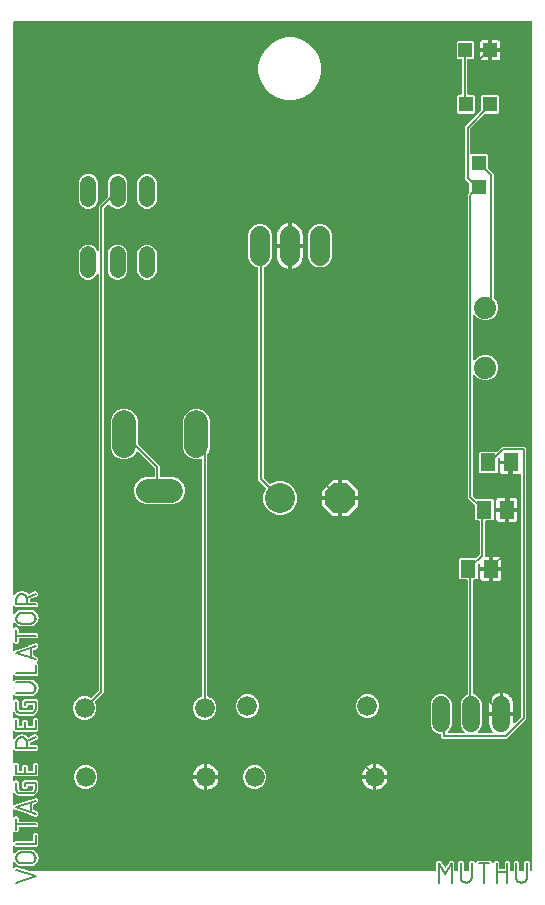
<source format=gbr>
G04 EAGLE Gerber RS-274X export*
G75*
%MOMM*%
%FSLAX34Y34*%
%LPD*%
%INTop Copper*%
%IPPOS*%
%AMOC8*
5,1,8,0,0,1.08239X$1,22.5*%
G01*
%ADD10C,0.152400*%
%ADD11C,2.540000*%
%ADD12P,2.749271X8X22.500000*%
%ADD13R,1.300000X1.500000*%
%ADD14C,1.676400*%
%ADD15C,1.879600*%
%ADD16C,1.676400*%
%ADD17C,1.524000*%
%ADD18R,1.300000X1.200000*%
%ADD19R,1.200000X1.200000*%
%ADD20C,2.000000*%
%ADD21R,1.200000X1.300000*%
%ADD22C,1.320800*%

G36*
X387734Y110164D02*
X387734Y110164D01*
X387753Y110162D01*
X387855Y110184D01*
X387957Y110200D01*
X387974Y110210D01*
X387994Y110214D01*
X388083Y110267D01*
X388174Y110316D01*
X388188Y110330D01*
X388205Y110340D01*
X388272Y110419D01*
X388344Y110494D01*
X388352Y110512D01*
X388365Y110527D01*
X388404Y110623D01*
X388447Y110717D01*
X388449Y110737D01*
X388457Y110755D01*
X388475Y110922D01*
X388475Y116174D01*
X388456Y116290D01*
X388437Y116413D01*
X388436Y116415D01*
X388436Y116417D01*
X388432Y116423D01*
X388367Y116565D01*
X388314Y116654D01*
X388453Y117209D01*
X388453Y117218D01*
X388457Y117226D01*
X388475Y117393D01*
X388475Y117965D01*
X388548Y118038D01*
X388596Y118105D01*
X388597Y118106D01*
X388598Y118107D01*
X388619Y118137D01*
X388690Y118234D01*
X388691Y118236D01*
X388692Y118238D01*
X388694Y118245D01*
X388748Y118392D01*
X388773Y118492D01*
X389264Y118786D01*
X389271Y118792D01*
X389279Y118795D01*
X389410Y118900D01*
X389815Y119305D01*
X389918Y119305D01*
X390036Y119324D01*
X390157Y119343D01*
X390159Y119344D01*
X390161Y119344D01*
X390167Y119348D01*
X390309Y119413D01*
X390398Y119466D01*
X390953Y119327D01*
X390962Y119327D01*
X390970Y119323D01*
X391137Y119305D01*
X391709Y119305D01*
X391782Y119232D01*
X391881Y119161D01*
X391978Y119090D01*
X391980Y119089D01*
X391982Y119088D01*
X391989Y119086D01*
X392136Y119032D01*
X392236Y119007D01*
X392530Y118516D01*
X392536Y118509D01*
X392539Y118501D01*
X392644Y118370D01*
X393049Y117965D01*
X393049Y117862D01*
X393068Y117742D01*
X393087Y117623D01*
X393088Y117621D01*
X393088Y117619D01*
X393092Y117613D01*
X393157Y117471D01*
X395528Y113519D01*
X395581Y113456D01*
X395628Y113388D01*
X395660Y113363D01*
X395687Y113332D01*
X395758Y113289D01*
X395823Y113239D01*
X395862Y113226D01*
X395897Y113205D01*
X395978Y113187D01*
X396056Y113160D01*
X396097Y113160D01*
X396137Y113151D01*
X396220Y113160D01*
X396302Y113160D01*
X396341Y113173D01*
X396382Y113177D01*
X396457Y113211D01*
X396536Y113238D01*
X396568Y113262D01*
X396606Y113279D01*
X396666Y113336D01*
X396732Y113386D01*
X396764Y113429D01*
X396785Y113448D01*
X396799Y113474D01*
X396833Y113519D01*
X399204Y117471D01*
X399248Y117582D01*
X399294Y117696D01*
X399294Y117698D01*
X399295Y117699D01*
X399295Y117706D01*
X399313Y117862D01*
X399313Y117965D01*
X399717Y118370D01*
X399722Y118377D01*
X399730Y118383D01*
X399832Y118516D01*
X400126Y119007D01*
X400226Y119032D01*
X400338Y119080D01*
X400448Y119127D01*
X400450Y119128D01*
X400452Y119129D01*
X400457Y119134D01*
X400579Y119232D01*
X400652Y119305D01*
X401224Y119305D01*
X401233Y119306D01*
X401243Y119305D01*
X401409Y119327D01*
X401964Y119466D01*
X402052Y119413D01*
X402161Y119370D01*
X402277Y119323D01*
X402279Y119323D01*
X402280Y119322D01*
X402287Y119322D01*
X402444Y119305D01*
X402547Y119305D01*
X402951Y118900D01*
X402958Y118895D01*
X402964Y118887D01*
X403098Y118786D01*
X403588Y118492D01*
X403613Y118392D01*
X403661Y118280D01*
X403708Y118169D01*
X403710Y118167D01*
X403710Y118166D01*
X403715Y118161D01*
X403813Y118038D01*
X403886Y117965D01*
X403886Y117393D01*
X403888Y117384D01*
X403886Y117375D01*
X403909Y117209D01*
X404047Y116654D01*
X403995Y116565D01*
X403951Y116456D01*
X403905Y116341D01*
X403904Y116338D01*
X403904Y116337D01*
X403903Y116330D01*
X403886Y116174D01*
X403886Y110922D01*
X403889Y110902D01*
X403887Y110883D01*
X403909Y110781D01*
X403926Y110679D01*
X403935Y110662D01*
X403939Y110642D01*
X403993Y110553D01*
X404041Y110462D01*
X404055Y110448D01*
X404066Y110431D01*
X404144Y110364D01*
X404219Y110292D01*
X404237Y110284D01*
X404252Y110271D01*
X404349Y110232D01*
X404442Y110189D01*
X404462Y110187D01*
X404481Y110179D01*
X404647Y110161D01*
X406333Y110161D01*
X406352Y110164D01*
X406372Y110162D01*
X406473Y110184D01*
X406575Y110200D01*
X406593Y110210D01*
X406612Y110214D01*
X406701Y110267D01*
X406793Y110316D01*
X406806Y110330D01*
X406823Y110340D01*
X406891Y110419D01*
X406962Y110494D01*
X406970Y110512D01*
X406983Y110527D01*
X407022Y110623D01*
X407066Y110717D01*
X407068Y110737D01*
X407075Y110755D01*
X407094Y110922D01*
X407094Y117965D01*
X408433Y119305D01*
X410328Y119305D01*
X411667Y117965D01*
X411667Y110922D01*
X411670Y110902D01*
X411668Y110883D01*
X411690Y110781D01*
X411707Y110679D01*
X411716Y110662D01*
X411721Y110642D01*
X411774Y110553D01*
X411822Y110462D01*
X411837Y110448D01*
X411847Y110431D01*
X411925Y110364D01*
X412000Y110292D01*
X412018Y110284D01*
X412034Y110271D01*
X412130Y110232D01*
X412224Y110189D01*
X412243Y110187D01*
X412262Y110179D01*
X412429Y110161D01*
X415364Y110161D01*
X415383Y110164D01*
X415403Y110162D01*
X415504Y110184D01*
X415606Y110200D01*
X415624Y110210D01*
X415643Y110214D01*
X415732Y110267D01*
X415824Y110316D01*
X415837Y110330D01*
X415855Y110340D01*
X415922Y110419D01*
X415993Y110494D01*
X416002Y110512D01*
X416014Y110527D01*
X416053Y110623D01*
X416097Y110717D01*
X416099Y110737D01*
X416106Y110755D01*
X416125Y110922D01*
X416125Y117965D01*
X417464Y119305D01*
X419359Y119305D01*
X420913Y117751D01*
X420929Y117739D01*
X420942Y117723D01*
X421029Y117667D01*
X421113Y117607D01*
X421132Y117601D01*
X421148Y117590D01*
X421249Y117565D01*
X421348Y117535D01*
X421368Y117535D01*
X421387Y117530D01*
X421490Y117538D01*
X421594Y117541D01*
X421612Y117548D01*
X421632Y117550D01*
X421727Y117590D01*
X421825Y117626D01*
X421840Y117638D01*
X421858Y117646D01*
X421989Y117751D01*
X423544Y119305D01*
X434469Y119305D01*
X436023Y117751D01*
X436039Y117739D01*
X436052Y117723D01*
X436139Y117667D01*
X436223Y117607D01*
X436242Y117601D01*
X436259Y117590D01*
X436359Y117565D01*
X436458Y117535D01*
X436478Y117535D01*
X436497Y117530D01*
X436600Y117538D01*
X436704Y117541D01*
X436723Y117548D01*
X436742Y117550D01*
X436837Y117590D01*
X436935Y117626D01*
X436950Y117638D01*
X436969Y117646D01*
X437100Y117751D01*
X438654Y119305D01*
X440548Y119305D01*
X441888Y117965D01*
X441888Y112841D01*
X441891Y112821D01*
X441889Y112802D01*
X441911Y112700D01*
X441927Y112598D01*
X441937Y112581D01*
X441941Y112561D01*
X441994Y112472D01*
X442043Y112381D01*
X442057Y112367D01*
X442067Y112350D01*
X442146Y112283D01*
X442221Y112212D01*
X442239Y112203D01*
X442254Y112190D01*
X442350Y112151D01*
X442444Y112108D01*
X442464Y112106D01*
X442482Y112098D01*
X442649Y112080D01*
X445584Y112080D01*
X445604Y112083D01*
X445624Y112081D01*
X445725Y112103D01*
X445827Y112120D01*
X445844Y112129D01*
X445864Y112133D01*
X445953Y112186D01*
X446044Y112235D01*
X446058Y112249D01*
X446075Y112259D01*
X446142Y112338D01*
X446214Y112413D01*
X446222Y112431D01*
X446235Y112446D01*
X446274Y112542D01*
X446317Y112636D01*
X446319Y112656D01*
X446327Y112674D01*
X446345Y112841D01*
X446345Y117965D01*
X447685Y119305D01*
X449579Y119305D01*
X450919Y117965D01*
X450919Y110922D01*
X450922Y110902D01*
X450920Y110883D01*
X450942Y110781D01*
X450959Y110679D01*
X450968Y110662D01*
X450972Y110642D01*
X451025Y110553D01*
X451074Y110462D01*
X451088Y110448D01*
X451098Y110431D01*
X451177Y110364D01*
X451252Y110292D01*
X451270Y110284D01*
X451285Y110271D01*
X451381Y110232D01*
X451475Y110189D01*
X451495Y110187D01*
X451513Y110179D01*
X451680Y110161D01*
X453226Y110161D01*
X453246Y110164D01*
X453266Y110162D01*
X453367Y110184D01*
X453469Y110200D01*
X453487Y110210D01*
X453506Y110214D01*
X453595Y110267D01*
X453686Y110316D01*
X453700Y110330D01*
X453717Y110340D01*
X453785Y110419D01*
X453856Y110494D01*
X453864Y110512D01*
X453877Y110527D01*
X453916Y110623D01*
X453959Y110717D01*
X453962Y110737D01*
X453969Y110755D01*
X453988Y110922D01*
X453988Y117965D01*
X455327Y119305D01*
X457222Y119305D01*
X458561Y117965D01*
X458561Y110922D01*
X458564Y110902D01*
X458562Y110883D01*
X458584Y110781D01*
X458601Y110679D01*
X458610Y110662D01*
X458614Y110642D01*
X458668Y110553D01*
X458716Y110462D01*
X458730Y110448D01*
X458741Y110431D01*
X458819Y110364D01*
X458894Y110292D01*
X458912Y110284D01*
X458927Y110271D01*
X459024Y110232D01*
X459117Y110189D01*
X459137Y110187D01*
X459156Y110179D01*
X459322Y110161D01*
X462257Y110161D01*
X462277Y110164D01*
X462297Y110162D01*
X462398Y110184D01*
X462500Y110200D01*
X462518Y110210D01*
X462537Y110214D01*
X462626Y110267D01*
X462718Y110316D01*
X462731Y110330D01*
X462748Y110340D01*
X462816Y110419D01*
X462887Y110494D01*
X462895Y110512D01*
X462908Y110527D01*
X462947Y110623D01*
X462991Y110717D01*
X462993Y110737D01*
X463000Y110755D01*
X463019Y110922D01*
X463019Y117965D01*
X464358Y119305D01*
X466253Y119305D01*
X467592Y117965D01*
X467592Y110922D01*
X467595Y110902D01*
X467593Y110883D01*
X467615Y110781D01*
X467632Y110679D01*
X467641Y110662D01*
X467645Y110642D01*
X467699Y110553D01*
X467747Y110462D01*
X467761Y110448D01*
X467772Y110431D01*
X467850Y110364D01*
X467925Y110292D01*
X467943Y110284D01*
X467959Y110271D01*
X468055Y110232D01*
X468148Y110189D01*
X468168Y110187D01*
X468187Y110179D01*
X468353Y110161D01*
X469078Y110161D01*
X469098Y110164D01*
X469117Y110162D01*
X469219Y110184D01*
X469321Y110200D01*
X469338Y110210D01*
X469358Y110214D01*
X469447Y110267D01*
X469538Y110316D01*
X469552Y110330D01*
X469569Y110340D01*
X469636Y110419D01*
X469708Y110494D01*
X469716Y110512D01*
X469729Y110527D01*
X469768Y110623D01*
X469811Y110717D01*
X469813Y110737D01*
X469821Y110755D01*
X469839Y110922D01*
X469839Y829078D01*
X469836Y829098D01*
X469838Y829117D01*
X469816Y829219D01*
X469800Y829321D01*
X469790Y829338D01*
X469786Y829358D01*
X469733Y829447D01*
X469684Y829538D01*
X469670Y829552D01*
X469660Y829569D01*
X469581Y829636D01*
X469506Y829708D01*
X469488Y829716D01*
X469473Y829729D01*
X469377Y829768D01*
X469283Y829811D01*
X469263Y829813D01*
X469245Y829821D01*
X469078Y829839D01*
X30922Y829839D01*
X30902Y829836D01*
X30883Y829838D01*
X30781Y829816D01*
X30679Y829800D01*
X30662Y829790D01*
X30642Y829786D01*
X30553Y829733D01*
X30462Y829684D01*
X30448Y829670D01*
X30431Y829660D01*
X30364Y829581D01*
X30292Y829506D01*
X30284Y829488D01*
X30271Y829473D01*
X30232Y829377D01*
X30189Y829283D01*
X30187Y829263D01*
X30179Y829245D01*
X30161Y829078D01*
X30161Y344558D01*
X30162Y344550D01*
X30161Y344542D01*
X30182Y344429D01*
X30200Y344315D01*
X30204Y344308D01*
X30206Y344300D01*
X30262Y344199D01*
X30316Y344098D01*
X30321Y344093D01*
X30325Y344086D01*
X30411Y344008D01*
X30494Y343929D01*
X30501Y343925D01*
X30507Y343920D01*
X30613Y343874D01*
X30717Y343825D01*
X30725Y343824D01*
X30732Y343821D01*
X30847Y343811D01*
X30961Y343798D01*
X30969Y343800D01*
X30977Y343799D01*
X31089Y343826D01*
X31202Y343850D01*
X31209Y343854D01*
X31216Y343856D01*
X31314Y343917D01*
X31413Y343976D01*
X31418Y343982D01*
X31425Y343987D01*
X31538Y344111D01*
X33293Y346527D01*
X37498Y347893D01*
X41702Y346527D01*
X42645Y345228D01*
X42703Y345172D01*
X42753Y345109D01*
X42789Y345086D01*
X42820Y345055D01*
X42893Y345020D01*
X42960Y344976D01*
X43002Y344966D01*
X43041Y344947D01*
X43121Y344936D01*
X43199Y344917D01*
X43242Y344920D01*
X43285Y344915D01*
X43364Y344930D01*
X43444Y344937D01*
X43498Y344956D01*
X43526Y344962D01*
X43551Y344976D01*
X43602Y344995D01*
X49063Y347725D01*
X50860Y347126D01*
X51707Y345432D01*
X51108Y343635D01*
X44721Y340441D01*
X44648Y340388D01*
X44570Y340342D01*
X44548Y340317D01*
X44521Y340297D01*
X44469Y340224D01*
X44410Y340155D01*
X44398Y340124D01*
X44378Y340097D01*
X44352Y340011D01*
X44318Y339927D01*
X44314Y339884D01*
X44307Y339862D01*
X44308Y339830D01*
X44300Y339760D01*
X44300Y339273D01*
X44302Y339263D01*
X44301Y339257D01*
X44303Y339249D01*
X44301Y339234D01*
X44323Y339133D01*
X44340Y339031D01*
X44349Y339013D01*
X44353Y338993D01*
X44406Y338904D01*
X44455Y338813D01*
X44469Y338799D01*
X44479Y338782D01*
X44558Y338715D01*
X44633Y338644D01*
X44651Y338635D01*
X44666Y338622D01*
X44762Y338584D01*
X44856Y338540D01*
X44876Y338538D01*
X44894Y338530D01*
X45061Y338512D01*
X50185Y338512D01*
X51525Y337172D01*
X51525Y335278D01*
X50185Y333939D01*
X32035Y333939D01*
X31460Y334513D01*
X31402Y334555D01*
X31350Y334604D01*
X31330Y334614D01*
X31323Y334619D01*
X31299Y334629D01*
X31261Y334657D01*
X31192Y334678D01*
X31127Y334708D01*
X31075Y334714D01*
X31025Y334729D01*
X30954Y334727D01*
X30883Y334735D01*
X30832Y334724D01*
X30780Y334723D01*
X30712Y334698D01*
X30642Y334683D01*
X30597Y334656D01*
X30549Y334638D01*
X30493Y334593D01*
X30431Y334557D01*
X30397Y334517D01*
X30357Y334484D01*
X30318Y334424D01*
X30306Y334411D01*
X30292Y334396D01*
X30291Y334393D01*
X30271Y334370D01*
X30252Y334321D01*
X30224Y334278D01*
X30207Y334213D01*
X30189Y334173D01*
X30188Y334163D01*
X30179Y334142D01*
X30171Y334070D01*
X30163Y334039D01*
X30165Y334016D01*
X30161Y333975D01*
X30161Y328735D01*
X30161Y328731D01*
X30161Y328727D01*
X30181Y328609D01*
X30200Y328493D01*
X30202Y328489D01*
X30203Y328485D01*
X30260Y328380D01*
X30316Y328275D01*
X30318Y328273D01*
X30320Y328269D01*
X30408Y328188D01*
X30494Y328106D01*
X30498Y328104D01*
X30500Y328102D01*
X30609Y328053D01*
X30717Y328002D01*
X30721Y328002D01*
X30725Y328000D01*
X30844Y327988D01*
X30961Y327975D01*
X30965Y327976D01*
X30969Y327976D01*
X31085Y328002D01*
X31202Y328027D01*
X31205Y328030D01*
X31209Y328030D01*
X31309Y328092D01*
X31413Y328154D01*
X31416Y328157D01*
X31419Y328159D01*
X31495Y328249D01*
X31573Y328341D01*
X31574Y328344D01*
X31577Y328347D01*
X31646Y328500D01*
X31711Y328701D01*
X35287Y331299D01*
X36235Y331299D01*
X46933Y331299D01*
X50509Y328701D01*
X51875Y324497D01*
X50509Y320293D01*
X46933Y317695D01*
X43460Y317695D01*
X35287Y317695D01*
X31711Y320293D01*
X31646Y320494D01*
X31644Y320497D01*
X31643Y320501D01*
X31588Y320605D01*
X31533Y320712D01*
X31530Y320715D01*
X31528Y320719D01*
X31442Y320800D01*
X31357Y320884D01*
X31353Y320885D01*
X31350Y320888D01*
X31241Y320939D01*
X31135Y320989D01*
X31131Y320990D01*
X31127Y320992D01*
X31008Y321005D01*
X30890Y321019D01*
X30886Y321018D01*
X30883Y321019D01*
X30767Y320994D01*
X30650Y320969D01*
X30646Y320967D01*
X30642Y320966D01*
X30541Y320906D01*
X30437Y320845D01*
X30434Y320842D01*
X30431Y320840D01*
X30354Y320750D01*
X30275Y320660D01*
X30274Y320656D01*
X30271Y320653D01*
X30226Y320542D01*
X30181Y320433D01*
X30181Y320429D01*
X30179Y320425D01*
X30161Y320259D01*
X30161Y316674D01*
X30172Y316603D01*
X30174Y316531D01*
X30192Y316482D01*
X30200Y316431D01*
X30234Y316368D01*
X30259Y316300D01*
X30291Y316260D01*
X30316Y316214D01*
X30368Y316164D01*
X30412Y316108D01*
X30456Y316080D01*
X30494Y316044D01*
X30559Y316014D01*
X30619Y315975D01*
X30670Y315963D01*
X30717Y315941D01*
X30788Y315933D01*
X30858Y315915D01*
X30910Y315919D01*
X30961Y315914D01*
X31032Y315929D01*
X31103Y315934D01*
X31151Y315955D01*
X31202Y315966D01*
X31263Y316003D01*
X31329Y316031D01*
X31385Y316076D01*
X31413Y316092D01*
X31428Y316110D01*
X31460Y316136D01*
X32035Y316710D01*
X33929Y316710D01*
X35269Y315371D01*
X35269Y312956D01*
X35272Y312936D01*
X35270Y312916D01*
X35292Y312815D01*
X35308Y312713D01*
X35318Y312695D01*
X35322Y312676D01*
X35375Y312587D01*
X35424Y312496D01*
X35438Y312482D01*
X35448Y312465D01*
X35527Y312398D01*
X35602Y312326D01*
X35620Y312318D01*
X35635Y312305D01*
X35731Y312266D01*
X35825Y312223D01*
X35845Y312220D01*
X35863Y312213D01*
X36030Y312195D01*
X50185Y312195D01*
X51525Y310855D01*
X51525Y308961D01*
X50185Y307621D01*
X36030Y307621D01*
X36010Y307618D01*
X35991Y307620D01*
X35889Y307598D01*
X35787Y307581D01*
X35770Y307572D01*
X35750Y307568D01*
X35661Y307515D01*
X35570Y307466D01*
X35556Y307452D01*
X35539Y307442D01*
X35472Y307363D01*
X35400Y307288D01*
X35392Y307270D01*
X35379Y307255D01*
X35340Y307158D01*
X35297Y307065D01*
X35295Y307045D01*
X35287Y307027D01*
X35269Y306860D01*
X35269Y304445D01*
X33929Y303106D01*
X32035Y303106D01*
X31460Y303680D01*
X31402Y303722D01*
X31350Y303771D01*
X31303Y303793D01*
X31261Y303824D01*
X31192Y303845D01*
X31127Y303875D01*
X31075Y303881D01*
X31025Y303896D01*
X30954Y303894D01*
X30883Y303902D01*
X30832Y303891D01*
X30780Y303890D01*
X30712Y303865D01*
X30642Y303850D01*
X30597Y303823D01*
X30549Y303805D01*
X30493Y303760D01*
X30431Y303724D01*
X30397Y303684D01*
X30357Y303651D01*
X30318Y303591D01*
X30271Y303537D01*
X30252Y303488D01*
X30224Y303445D01*
X30206Y303375D01*
X30179Y303309D01*
X30171Y303237D01*
X30163Y303206D01*
X30165Y303183D01*
X30161Y303142D01*
X30161Y297845D01*
X30164Y297826D01*
X30162Y297807D01*
X30184Y297705D01*
X30200Y297602D01*
X30209Y297585D01*
X30213Y297567D01*
X30267Y297477D01*
X30316Y297385D01*
X30329Y297372D01*
X30339Y297355D01*
X30418Y297287D01*
X30494Y297215D01*
X30511Y297207D01*
X30525Y297195D01*
X30622Y297156D01*
X30717Y297112D01*
X30736Y297110D01*
X30753Y297103D01*
X30858Y297096D01*
X30961Y297085D01*
X30980Y297089D01*
X30999Y297087D01*
X31163Y297123D01*
X32053Y297420D01*
X32082Y297435D01*
X32153Y297461D01*
X32811Y297790D01*
X32813Y297789D01*
X32899Y297784D01*
X32984Y297770D01*
X33021Y297776D01*
X33059Y297774D01*
X33223Y297809D01*
X43768Y301325D01*
X43850Y301368D01*
X43935Y301404D01*
X43966Y301428D01*
X43986Y301439D01*
X44008Y301462D01*
X44066Y301508D01*
X44227Y301669D01*
X44679Y301669D01*
X44718Y301676D01*
X44756Y301673D01*
X44920Y301708D01*
X49413Y303206D01*
X51108Y302359D01*
X51707Y300562D01*
X50860Y298867D01*
X47981Y297908D01*
X47963Y297898D01*
X47942Y297894D01*
X47854Y297841D01*
X47764Y297794D01*
X47749Y297778D01*
X47731Y297768D01*
X47664Y297690D01*
X47594Y297616D01*
X47585Y297597D01*
X47571Y297581D01*
X47533Y297485D01*
X47489Y297393D01*
X47487Y297372D01*
X47479Y297353D01*
X47461Y297186D01*
X47461Y293452D01*
X47464Y293431D01*
X47462Y293410D01*
X47484Y293310D01*
X47500Y293209D01*
X47510Y293190D01*
X47515Y293170D01*
X47568Y293082D01*
X47616Y292991D01*
X47631Y292977D01*
X47642Y292959D01*
X47720Y292893D01*
X47794Y292822D01*
X47813Y292813D01*
X47829Y292800D01*
X47981Y292729D01*
X50860Y291770D01*
X51707Y290075D01*
X51108Y288278D01*
X50798Y288123D01*
X50782Y288112D01*
X50765Y288106D01*
X50683Y288040D01*
X50598Y287979D01*
X50587Y287964D01*
X50573Y287952D01*
X50516Y287864D01*
X50455Y287779D01*
X50450Y287761D01*
X50440Y287745D01*
X50414Y287643D01*
X50384Y287544D01*
X50384Y287525D01*
X50379Y287506D01*
X50388Y287402D01*
X50391Y287298D01*
X50397Y287280D01*
X50399Y287261D01*
X50439Y287165D01*
X50476Y287067D01*
X50488Y287052D01*
X50495Y287035D01*
X50600Y286904D01*
X51525Y285979D01*
X51525Y276860D01*
X50185Y275520D01*
X32035Y275520D01*
X31460Y276095D01*
X31402Y276137D01*
X31350Y276186D01*
X31303Y276208D01*
X31261Y276238D01*
X31192Y276259D01*
X31127Y276290D01*
X31075Y276295D01*
X31025Y276311D01*
X30954Y276309D01*
X30883Y276317D01*
X30832Y276306D01*
X30780Y276304D01*
X30712Y276280D01*
X30642Y276264D01*
X30597Y276238D01*
X30549Y276220D01*
X30493Y276175D01*
X30431Y276138D01*
X30397Y276099D01*
X30357Y276066D01*
X30318Y276006D01*
X30271Y275951D01*
X30252Y275903D01*
X30224Y275859D01*
X30206Y275790D01*
X30179Y275723D01*
X30171Y275652D01*
X30163Y275621D01*
X30165Y275597D01*
X30161Y275556D01*
X30161Y272385D01*
X30172Y272315D01*
X30174Y272243D01*
X30192Y272194D01*
X30200Y272143D01*
X30234Y272079D01*
X30259Y272012D01*
X30291Y271971D01*
X30316Y271925D01*
X30368Y271876D01*
X30412Y271820D01*
X30456Y271792D01*
X30494Y271756D01*
X30559Y271726D01*
X30619Y271687D01*
X30670Y271674D01*
X30717Y271652D01*
X30788Y271644D01*
X30858Y271627D01*
X30910Y271631D01*
X30961Y271625D01*
X31032Y271640D01*
X31103Y271646D01*
X31151Y271666D01*
X31202Y271677D01*
X31263Y271714D01*
X31329Y271742D01*
X31385Y271787D01*
X31413Y271804D01*
X31428Y271821D01*
X31460Y271847D01*
X32035Y272422D01*
X45985Y272422D01*
X46933Y272422D01*
X50509Y269823D01*
X51875Y265619D01*
X50509Y261415D01*
X46933Y258817D01*
X32035Y258817D01*
X31460Y259392D01*
X31402Y259433D01*
X31350Y259483D01*
X31303Y259505D01*
X31261Y259535D01*
X31192Y259556D01*
X31127Y259586D01*
X31075Y259592D01*
X31025Y259607D01*
X30954Y259606D01*
X30883Y259614D01*
X30832Y259602D01*
X30780Y259601D01*
X30712Y259576D01*
X30642Y259561D01*
X30597Y259535D01*
X30549Y259517D01*
X30493Y259472D01*
X30431Y259435D01*
X30397Y259396D01*
X30357Y259363D01*
X30318Y259303D01*
X30271Y259248D01*
X30252Y259200D01*
X30224Y259156D01*
X30206Y259087D01*
X30179Y259020D01*
X30171Y258949D01*
X30163Y258918D01*
X30165Y258894D01*
X30161Y258853D01*
X30161Y255712D01*
X30172Y255641D01*
X30174Y255570D01*
X30192Y255521D01*
X30200Y255469D01*
X30234Y255406D01*
X30259Y255339D01*
X30291Y255298D01*
X30316Y255252D01*
X30368Y255202D01*
X30412Y255146D01*
X30456Y255118D01*
X30494Y255082D01*
X30559Y255052D01*
X30619Y255013D01*
X30670Y255001D01*
X30717Y254979D01*
X30788Y254971D01*
X30858Y254953D01*
X30910Y254957D01*
X30961Y254952D01*
X31032Y254967D01*
X31103Y254973D01*
X31151Y254993D01*
X31202Y255004D01*
X31263Y255041D01*
X31329Y255069D01*
X31385Y255114D01*
X31413Y255130D01*
X31428Y255148D01*
X31460Y255174D01*
X32035Y255748D01*
X33929Y255748D01*
X35269Y254409D01*
X35269Y248043D01*
X35274Y248012D01*
X35275Y247943D01*
X35294Y247797D01*
X35313Y247735D01*
X35323Y247670D01*
X35356Y247594D01*
X35366Y247562D01*
X35377Y247546D01*
X35390Y247516D01*
X35536Y247263D01*
X35609Y247174D01*
X35680Y247084D01*
X35688Y247078D01*
X35692Y247073D01*
X35711Y247061D01*
X35815Y246984D01*
X36068Y246838D01*
X36129Y246815D01*
X36186Y246783D01*
X36267Y246763D01*
X36298Y246751D01*
X36317Y246751D01*
X36349Y246743D01*
X36495Y246724D01*
X36527Y246725D01*
X36594Y246717D01*
X45626Y246717D01*
X45657Y246722D01*
X45725Y246724D01*
X45871Y246743D01*
X45934Y246762D01*
X45999Y246771D01*
X46075Y246804D01*
X46106Y246814D01*
X46122Y246825D01*
X46152Y246838D01*
X46405Y246985D01*
X46494Y247057D01*
X46585Y247128D01*
X46591Y247136D01*
X46596Y247140D01*
X46608Y247159D01*
X46684Y247263D01*
X46830Y247516D01*
X46853Y247577D01*
X46885Y247635D01*
X46905Y247715D01*
X46917Y247746D01*
X46918Y247766D01*
X46926Y247797D01*
X46945Y247944D01*
X46944Y247975D01*
X46951Y248043D01*
X46951Y250414D01*
X46948Y250433D01*
X46950Y250453D01*
X46928Y250554D01*
X46912Y250656D01*
X46902Y250674D01*
X46898Y250693D01*
X46845Y250782D01*
X46796Y250874D01*
X46782Y250887D01*
X46772Y250904D01*
X46693Y250972D01*
X46618Y251043D01*
X46600Y251051D01*
X46585Y251064D01*
X46489Y251103D01*
X46395Y251147D01*
X46375Y251149D01*
X46357Y251156D01*
X46190Y251175D01*
X43255Y251175D01*
X43235Y251172D01*
X43215Y251174D01*
X43114Y251152D01*
X43012Y251135D01*
X42995Y251126D01*
X42975Y251121D01*
X42886Y251068D01*
X42795Y251020D01*
X42781Y251006D01*
X42764Y250995D01*
X42697Y250917D01*
X42625Y250842D01*
X42617Y250824D01*
X42604Y250808D01*
X42565Y250712D01*
X42522Y250619D01*
X42520Y250599D01*
X42512Y250580D01*
X42494Y250414D01*
X42494Y249805D01*
X41154Y248465D01*
X39260Y248465D01*
X37920Y249805D01*
X37920Y254409D01*
X39260Y255748D01*
X50185Y255748D01*
X51525Y254409D01*
X51525Y246462D01*
X49944Y243724D01*
X47206Y242144D01*
X35014Y242144D01*
X32276Y243724D01*
X31581Y244928D01*
X31551Y244965D01*
X31528Y245007D01*
X31473Y245059D01*
X31425Y245118D01*
X31385Y245143D01*
X31350Y245177D01*
X31281Y245208D01*
X31217Y245249D01*
X31170Y245260D01*
X31127Y245280D01*
X31052Y245289D01*
X30978Y245306D01*
X30930Y245302D01*
X30883Y245307D01*
X30808Y245291D01*
X30733Y245284D01*
X30689Y245265D01*
X30642Y245255D01*
X30577Y245216D01*
X30508Y245186D01*
X30472Y245153D01*
X30431Y245129D01*
X30382Y245071D01*
X30326Y245020D01*
X30302Y244978D01*
X30271Y244942D01*
X30243Y244872D01*
X30206Y244805D01*
X30197Y244758D01*
X30179Y244714D01*
X30165Y244585D01*
X30161Y244564D01*
X30162Y244557D01*
X30161Y244547D01*
X30161Y240388D01*
X30172Y240318D01*
X30174Y240246D01*
X30192Y240197D01*
X30200Y240146D01*
X30234Y240082D01*
X30259Y240015D01*
X30291Y239974D01*
X30316Y239928D01*
X30368Y239879D01*
X30412Y239823D01*
X30456Y239795D01*
X30494Y239759D01*
X30559Y239729D01*
X30619Y239690D01*
X30670Y239677D01*
X30717Y239655D01*
X30788Y239647D01*
X30858Y239630D01*
X30910Y239634D01*
X30961Y239628D01*
X31032Y239643D01*
X31103Y239649D01*
X31151Y239669D01*
X31202Y239680D01*
X31263Y239717D01*
X31329Y239745D01*
X31385Y239790D01*
X31413Y239807D01*
X31428Y239824D01*
X31460Y239850D01*
X32035Y240425D01*
X33929Y240425D01*
X35269Y239085D01*
X35269Y233961D01*
X35272Y233941D01*
X35270Y233922D01*
X35292Y233820D01*
X35308Y233718D01*
X35318Y233701D01*
X35322Y233681D01*
X35375Y233592D01*
X35424Y233501D01*
X35438Y233487D01*
X35448Y233470D01*
X35527Y233403D01*
X35602Y233332D01*
X35620Y233323D01*
X35635Y233310D01*
X35731Y233271D01*
X35825Y233228D01*
X35845Y233226D01*
X35863Y233218D01*
X36030Y233200D01*
X37159Y233200D01*
X37179Y233203D01*
X37198Y233201D01*
X37300Y233223D01*
X37402Y233240D01*
X37419Y233249D01*
X37439Y233253D01*
X37528Y233306D01*
X37619Y233355D01*
X37633Y233369D01*
X37650Y233379D01*
X37717Y233458D01*
X37788Y233533D01*
X37797Y233551D01*
X37810Y233566D01*
X37849Y233662D01*
X37892Y233756D01*
X37894Y233776D01*
X37902Y233794D01*
X37920Y233961D01*
X37920Y237279D01*
X39260Y238619D01*
X41154Y238619D01*
X42494Y237279D01*
X42494Y233961D01*
X42497Y233941D01*
X42495Y233922D01*
X42517Y233820D01*
X42533Y233718D01*
X42543Y233701D01*
X42547Y233681D01*
X42600Y233592D01*
X42648Y233501D01*
X42663Y233487D01*
X42673Y233470D01*
X42752Y233403D01*
X42827Y233332D01*
X42845Y233323D01*
X42860Y233310D01*
X42956Y233271D01*
X43050Y233228D01*
X43070Y233226D01*
X43088Y233218D01*
X43255Y233200D01*
X46190Y233200D01*
X46210Y233203D01*
X46229Y233201D01*
X46331Y233223D01*
X46433Y233240D01*
X46450Y233249D01*
X46470Y233253D01*
X46559Y233306D01*
X46650Y233355D01*
X46664Y233369D01*
X46681Y233379D01*
X46748Y233458D01*
X46820Y233533D01*
X46828Y233551D01*
X46841Y233566D01*
X46880Y233662D01*
X46923Y233756D01*
X46925Y233776D01*
X46933Y233794D01*
X46951Y233961D01*
X46951Y239085D01*
X48291Y240425D01*
X50185Y240425D01*
X51525Y239085D01*
X51525Y229966D01*
X50185Y228626D01*
X32035Y228626D01*
X31460Y229201D01*
X31402Y229243D01*
X31350Y229292D01*
X31303Y229314D01*
X31261Y229344D01*
X31192Y229366D01*
X31127Y229396D01*
X31075Y229402D01*
X31025Y229417D01*
X30954Y229415D01*
X30883Y229423D01*
X30832Y229412D01*
X30780Y229410D01*
X30712Y229386D01*
X30642Y229371D01*
X30597Y229344D01*
X30549Y229326D01*
X30493Y229281D01*
X30431Y229244D01*
X30397Y229205D01*
X30357Y229172D01*
X30318Y229112D01*
X30271Y229058D01*
X30252Y229009D01*
X30224Y228965D01*
X30206Y228896D01*
X30179Y228829D01*
X30171Y228758D01*
X30163Y228727D01*
X30165Y228704D01*
X30161Y228663D01*
X30161Y223155D01*
X30162Y223148D01*
X30161Y223140D01*
X30182Y223026D01*
X30200Y222913D01*
X30204Y222906D01*
X30206Y222898D01*
X30262Y222797D01*
X30316Y222695D01*
X30321Y222690D01*
X30325Y222683D01*
X30411Y222605D01*
X30494Y222526D01*
X30501Y222523D01*
X30507Y222517D01*
X30613Y222471D01*
X30717Y222422D01*
X30725Y222421D01*
X30732Y222418D01*
X30847Y222408D01*
X30961Y222395D01*
X30969Y222397D01*
X30977Y222396D01*
X31089Y222423D01*
X31202Y222448D01*
X31209Y222452D01*
X31216Y222453D01*
X31314Y222515D01*
X31413Y222574D01*
X31418Y222580D01*
X31425Y222584D01*
X31538Y222708D01*
X33293Y225125D01*
X37498Y226491D01*
X41702Y225125D01*
X42645Y223826D01*
X42703Y223769D01*
X42753Y223706D01*
X42789Y223683D01*
X42820Y223653D01*
X42893Y223617D01*
X42960Y223574D01*
X43002Y223563D01*
X43041Y223544D01*
X43121Y223534D01*
X43199Y223514D01*
X43242Y223518D01*
X43285Y223512D01*
X43364Y223528D01*
X43444Y223534D01*
X43498Y223554D01*
X43526Y223559D01*
X43551Y223573D01*
X43602Y223592D01*
X49063Y226323D01*
X50860Y225724D01*
X51707Y224029D01*
X51108Y222232D01*
X44721Y219038D01*
X44648Y218986D01*
X44570Y218939D01*
X44548Y218914D01*
X44521Y218894D01*
X44469Y218821D01*
X44410Y218752D01*
X44398Y218721D01*
X44378Y218694D01*
X44352Y218608D01*
X44318Y218524D01*
X44314Y218482D01*
X44307Y218459D01*
X44308Y218427D01*
X44300Y218358D01*
X44300Y217871D01*
X44303Y217851D01*
X44301Y217831D01*
X44323Y217730D01*
X44340Y217628D01*
X44349Y217610D01*
X44353Y217591D01*
X44406Y217502D01*
X44455Y217410D01*
X44469Y217397D01*
X44479Y217380D01*
X44558Y217312D01*
X44633Y217241D01*
X44651Y217233D01*
X44666Y217220D01*
X44762Y217181D01*
X44856Y217137D01*
X44876Y217135D01*
X44894Y217128D01*
X45061Y217109D01*
X50185Y217109D01*
X51525Y215770D01*
X51525Y213875D01*
X50185Y212536D01*
X32035Y212536D01*
X31460Y213110D01*
X31402Y213152D01*
X31350Y213202D01*
X31303Y213224D01*
X31261Y213254D01*
X31192Y213275D01*
X31127Y213305D01*
X31075Y213311D01*
X31025Y213326D01*
X30954Y213324D01*
X30883Y213332D01*
X30832Y213321D01*
X30780Y213320D01*
X30712Y213295D01*
X30642Y213280D01*
X30597Y213253D01*
X30549Y213236D01*
X30493Y213191D01*
X30431Y213154D01*
X30397Y213114D01*
X30357Y213082D01*
X30318Y213022D01*
X30271Y212967D01*
X30252Y212919D01*
X30224Y212875D01*
X30206Y212805D01*
X30179Y212739D01*
X30171Y212668D01*
X30163Y212636D01*
X30165Y212613D01*
X30161Y212572D01*
X30161Y202352D01*
X30172Y202282D01*
X30174Y202210D01*
X30192Y202161D01*
X30200Y202110D01*
X30234Y202046D01*
X30259Y201979D01*
X30291Y201938D01*
X30316Y201892D01*
X30368Y201843D01*
X30412Y201787D01*
X30456Y201759D01*
X30494Y201723D01*
X30559Y201693D01*
X30619Y201654D01*
X30670Y201641D01*
X30717Y201619D01*
X30788Y201611D01*
X30858Y201594D01*
X30910Y201598D01*
X30961Y201592D01*
X31032Y201608D01*
X31103Y201613D01*
X31151Y201633D01*
X31202Y201645D01*
X31263Y201681D01*
X31329Y201709D01*
X31385Y201754D01*
X31413Y201771D01*
X31428Y201788D01*
X31460Y201814D01*
X32035Y202389D01*
X33929Y202389D01*
X35269Y201049D01*
X35269Y195925D01*
X35272Y195905D01*
X35270Y195886D01*
X35292Y195784D01*
X35308Y195682D01*
X35318Y195665D01*
X35322Y195645D01*
X35375Y195556D01*
X35424Y195465D01*
X35438Y195451D01*
X35448Y195434D01*
X35527Y195367D01*
X35602Y195296D01*
X35620Y195287D01*
X35635Y195274D01*
X35731Y195236D01*
X35825Y195192D01*
X35845Y195190D01*
X35863Y195182D01*
X36030Y195164D01*
X37159Y195164D01*
X37179Y195167D01*
X37198Y195165D01*
X37300Y195187D01*
X37402Y195204D01*
X37419Y195213D01*
X37439Y195217D01*
X37528Y195270D01*
X37619Y195319D01*
X37633Y195333D01*
X37650Y195343D01*
X37717Y195422D01*
X37788Y195497D01*
X37797Y195515D01*
X37810Y195530D01*
X37849Y195626D01*
X37892Y195720D01*
X37894Y195740D01*
X37902Y195758D01*
X37920Y195925D01*
X37920Y199243D01*
X39260Y200583D01*
X41154Y200583D01*
X42494Y199243D01*
X42494Y195925D01*
X42497Y195905D01*
X42495Y195886D01*
X42517Y195784D01*
X42533Y195682D01*
X42543Y195665D01*
X42547Y195645D01*
X42600Y195556D01*
X42648Y195465D01*
X42663Y195451D01*
X42673Y195434D01*
X42752Y195367D01*
X42827Y195296D01*
X42845Y195287D01*
X42860Y195274D01*
X42956Y195236D01*
X43050Y195192D01*
X43070Y195190D01*
X43088Y195182D01*
X43255Y195164D01*
X46190Y195164D01*
X46210Y195167D01*
X46229Y195165D01*
X46331Y195187D01*
X46433Y195204D01*
X46450Y195213D01*
X46470Y195217D01*
X46559Y195270D01*
X46650Y195319D01*
X46664Y195333D01*
X46681Y195343D01*
X46748Y195422D01*
X46820Y195497D01*
X46828Y195515D01*
X46841Y195530D01*
X46880Y195626D01*
X46923Y195720D01*
X46925Y195740D01*
X46933Y195758D01*
X46951Y195925D01*
X46951Y201049D01*
X48291Y202389D01*
X50185Y202389D01*
X51525Y201049D01*
X51525Y191930D01*
X50185Y190590D01*
X32035Y190590D01*
X31460Y191165D01*
X31402Y191207D01*
X31350Y191256D01*
X31303Y191278D01*
X31261Y191309D01*
X31192Y191330D01*
X31127Y191360D01*
X31075Y191366D01*
X31025Y191381D01*
X30954Y191379D01*
X30883Y191387D01*
X30832Y191376D01*
X30780Y191375D01*
X30712Y191350D01*
X30642Y191335D01*
X30597Y191308D01*
X30549Y191290D01*
X30493Y191245D01*
X30431Y191208D01*
X30397Y191169D01*
X30357Y191136D01*
X30318Y191076D01*
X30271Y191022D01*
X30252Y190973D01*
X30224Y190929D01*
X30206Y190860D01*
X30179Y190793D01*
X30171Y190722D01*
X30163Y190691D01*
X30165Y190668D01*
X30161Y190627D01*
X30161Y187456D01*
X30172Y187385D01*
X30174Y187313D01*
X30192Y187264D01*
X30200Y187213D01*
X30234Y187149D01*
X30259Y187082D01*
X30291Y187041D01*
X30316Y186995D01*
X30368Y186946D01*
X30412Y186890D01*
X30456Y186862D01*
X30494Y186826D01*
X30559Y186796D01*
X30619Y186757D01*
X30670Y186744D01*
X30717Y186722D01*
X30788Y186715D01*
X30858Y186697D01*
X30910Y186701D01*
X30961Y186695D01*
X31032Y186711D01*
X31103Y186716D01*
X31151Y186737D01*
X31202Y186748D01*
X31263Y186784D01*
X31329Y186812D01*
X31385Y186857D01*
X31413Y186874D01*
X31428Y186892D01*
X31460Y186917D01*
X32035Y187492D01*
X33929Y187492D01*
X35269Y186152D01*
X35269Y179786D01*
X35274Y179755D01*
X35275Y179687D01*
X35294Y179541D01*
X35313Y179478D01*
X35323Y179413D01*
X35356Y179337D01*
X35366Y179306D01*
X35377Y179290D01*
X35390Y179260D01*
X35536Y179007D01*
X35582Y178950D01*
X35586Y178944D01*
X35591Y178939D01*
X35609Y178918D01*
X35680Y178827D01*
X35688Y178822D01*
X35692Y178816D01*
X35711Y178804D01*
X35815Y178728D01*
X36068Y178582D01*
X36129Y178559D01*
X36186Y178527D01*
X36267Y178507D01*
X36298Y178495D01*
X36317Y178494D01*
X36349Y178487D01*
X36495Y178467D01*
X36527Y178468D01*
X36594Y178461D01*
X45626Y178461D01*
X45657Y178466D01*
X45725Y178467D01*
X45871Y178486D01*
X45934Y178505D01*
X45999Y178515D01*
X46075Y178548D01*
X46106Y178558D01*
X46122Y178569D01*
X46152Y178582D01*
X46405Y178728D01*
X46494Y178801D01*
X46585Y178872D01*
X46591Y178880D01*
X46596Y178884D01*
X46608Y178903D01*
X46684Y179007D01*
X46830Y179260D01*
X46853Y179321D01*
X46885Y179378D01*
X46905Y179459D01*
X46917Y179490D01*
X46918Y179509D01*
X46926Y179541D01*
X46945Y179687D01*
X46944Y179719D01*
X46951Y179786D01*
X46951Y182157D01*
X46948Y182177D01*
X46950Y182197D01*
X46928Y182298D01*
X46912Y182400D01*
X46902Y182417D01*
X46898Y182437D01*
X46845Y182526D01*
X46796Y182617D01*
X46782Y182631D01*
X46772Y182648D01*
X46693Y182715D01*
X46618Y182787D01*
X46600Y182795D01*
X46585Y182808D01*
X46489Y182847D01*
X46395Y182890D01*
X46375Y182892D01*
X46357Y182900D01*
X46190Y182918D01*
X43255Y182918D01*
X43235Y182915D01*
X43215Y182917D01*
X43114Y182895D01*
X43012Y182879D01*
X42995Y182869D01*
X42975Y182865D01*
X42886Y182812D01*
X42795Y182764D01*
X42781Y182749D01*
X42764Y182739D01*
X42697Y182660D01*
X42625Y182585D01*
X42617Y182567D01*
X42604Y182552D01*
X42565Y182456D01*
X42522Y182362D01*
X42520Y182342D01*
X42512Y182324D01*
X42494Y182157D01*
X42494Y181549D01*
X41154Y180209D01*
X39260Y180209D01*
X37920Y181549D01*
X37920Y186152D01*
X39260Y187492D01*
X50185Y187492D01*
X51525Y186152D01*
X51525Y178206D01*
X49944Y175468D01*
X47206Y173887D01*
X35014Y173887D01*
X32276Y175468D01*
X31581Y176671D01*
X31551Y176708D01*
X31528Y176751D01*
X31473Y176803D01*
X31425Y176862D01*
X31385Y176887D01*
X31350Y176920D01*
X31281Y176952D01*
X31217Y176992D01*
X31170Y177004D01*
X31127Y177024D01*
X31052Y177032D01*
X30978Y177050D01*
X30930Y177046D01*
X30883Y177051D01*
X30808Y177035D01*
X30733Y177028D01*
X30689Y177009D01*
X30642Y176999D01*
X30577Y176960D01*
X30508Y176929D01*
X30472Y176897D01*
X30431Y176872D01*
X30382Y176815D01*
X30326Y176764D01*
X30302Y176722D01*
X30271Y176686D01*
X30243Y176615D01*
X30206Y176549D01*
X30197Y176502D01*
X30179Y176457D01*
X30165Y176329D01*
X30161Y176307D01*
X30162Y176301D01*
X30161Y176291D01*
X30161Y167063D01*
X30164Y167045D01*
X30162Y167026D01*
X30184Y166924D01*
X30200Y166821D01*
X30209Y166804D01*
X30213Y166786D01*
X30267Y166696D01*
X30316Y166603D01*
X30329Y166590D01*
X30339Y166574D01*
X30418Y166506D01*
X30494Y166434D01*
X30511Y166426D01*
X30525Y166414D01*
X30622Y166374D01*
X30717Y166330D01*
X30736Y166328D01*
X30753Y166321D01*
X30858Y166315D01*
X30961Y166303D01*
X30980Y166307D01*
X30999Y166306D01*
X31163Y166341D01*
X32053Y166638D01*
X32082Y166653D01*
X32153Y166679D01*
X32811Y167009D01*
X32813Y167008D01*
X32899Y167003D01*
X32984Y166989D01*
X33021Y166995D01*
X33059Y166993D01*
X33223Y167028D01*
X43768Y170543D01*
X43850Y170586D01*
X43935Y170622D01*
X43966Y170647D01*
X43986Y170658D01*
X44008Y170681D01*
X44066Y170727D01*
X44227Y170888D01*
X44679Y170888D01*
X44718Y170894D01*
X44756Y170892D01*
X44920Y170927D01*
X49413Y172425D01*
X51108Y171578D01*
X51707Y169780D01*
X50860Y168086D01*
X47981Y167127D01*
X47963Y167117D01*
X47942Y167112D01*
X47854Y167060D01*
X47764Y167012D01*
X47749Y166997D01*
X47731Y166986D01*
X47664Y166908D01*
X47594Y166834D01*
X47585Y166815D01*
X47571Y166799D01*
X47533Y166704D01*
X47489Y166611D01*
X47487Y166591D01*
X47479Y166571D01*
X47461Y166404D01*
X47461Y162670D01*
X47463Y162657D01*
X47462Y162647D01*
X47463Y162641D01*
X47462Y162629D01*
X47484Y162528D01*
X47500Y162427D01*
X47510Y162409D01*
X47515Y162388D01*
X47568Y162300D01*
X47616Y162210D01*
X47631Y162196D01*
X47642Y162178D01*
X47720Y162111D01*
X47794Y162041D01*
X47813Y162032D01*
X47829Y162018D01*
X47981Y161948D01*
X50860Y160988D01*
X51707Y159294D01*
X51108Y157497D01*
X49413Y156650D01*
X44920Y158147D01*
X44882Y158154D01*
X44846Y158168D01*
X44679Y158187D01*
X44227Y158187D01*
X44066Y158348D01*
X43991Y158401D01*
X43921Y158461D01*
X43884Y158478D01*
X43866Y158491D01*
X43835Y158501D01*
X43768Y158531D01*
X33223Y162047D01*
X33186Y162053D01*
X33151Y162067D01*
X33065Y162072D01*
X32980Y162086D01*
X32943Y162079D01*
X32905Y162082D01*
X32817Y162063D01*
X32153Y162395D01*
X32122Y162405D01*
X32053Y162436D01*
X31163Y162733D01*
X31144Y162736D01*
X31127Y162744D01*
X31023Y162756D01*
X30920Y162772D01*
X30901Y162769D01*
X30883Y162771D01*
X30781Y162749D01*
X30677Y162732D01*
X30661Y162723D01*
X30642Y162719D01*
X30553Y162666D01*
X30460Y162616D01*
X30447Y162603D01*
X30431Y162593D01*
X30363Y162514D01*
X30291Y162437D01*
X30283Y162420D01*
X30271Y162406D01*
X30232Y162309D01*
X30188Y162214D01*
X30186Y162195D01*
X30179Y162178D01*
X30161Y162011D01*
X30161Y156714D01*
X30172Y156643D01*
X30174Y156572D01*
X30192Y156523D01*
X30200Y156471D01*
X30234Y156408D01*
X30259Y156341D01*
X30291Y156300D01*
X30316Y156254D01*
X30368Y156205D01*
X30412Y156149D01*
X30456Y156120D01*
X30494Y156085D01*
X30559Y156054D01*
X30619Y156016D01*
X30670Y156003D01*
X30717Y155981D01*
X30788Y155973D01*
X30858Y155956D01*
X30910Y155960D01*
X30961Y155954D01*
X31032Y155969D01*
X31103Y155975D01*
X31151Y155995D01*
X31202Y156006D01*
X31263Y156043D01*
X31329Y156071D01*
X31385Y156116D01*
X31413Y156132D01*
X31428Y156150D01*
X31460Y156176D01*
X32035Y156750D01*
X33929Y156750D01*
X35269Y155411D01*
X35269Y152996D01*
X35272Y152976D01*
X35270Y152957D01*
X35292Y152855D01*
X35308Y152753D01*
X35318Y152736D01*
X35322Y152716D01*
X35375Y152627D01*
X35424Y152536D01*
X35438Y152522D01*
X35448Y152505D01*
X35527Y152438D01*
X35602Y152367D01*
X35620Y152358D01*
X35635Y152345D01*
X35731Y152306D01*
X35825Y152263D01*
X35845Y152261D01*
X35863Y152253D01*
X36030Y152235D01*
X50185Y152235D01*
X51525Y150895D01*
X51525Y149001D01*
X50185Y147661D01*
X36030Y147661D01*
X36010Y147658D01*
X35991Y147660D01*
X35889Y147638D01*
X35787Y147622D01*
X35770Y147612D01*
X35750Y147608D01*
X35661Y147555D01*
X35570Y147507D01*
X35556Y147492D01*
X35539Y147482D01*
X35472Y147403D01*
X35400Y147328D01*
X35392Y147310D01*
X35379Y147295D01*
X35340Y147199D01*
X35297Y147105D01*
X35295Y147085D01*
X35287Y147067D01*
X35269Y146900D01*
X35269Y144485D01*
X33929Y143146D01*
X32035Y143146D01*
X31460Y143720D01*
X31402Y143762D01*
X31350Y143812D01*
X31303Y143834D01*
X31261Y143864D01*
X31192Y143885D01*
X31127Y143915D01*
X31075Y143921D01*
X31025Y143936D01*
X30954Y143934D01*
X30883Y143942D01*
X30832Y143931D01*
X30780Y143930D01*
X30712Y143905D01*
X30642Y143890D01*
X30597Y143863D01*
X30549Y143845D01*
X30493Y143801D01*
X30431Y143764D01*
X30397Y143724D01*
X30357Y143692D01*
X30318Y143631D01*
X30271Y143577D01*
X30252Y143529D01*
X30224Y143485D01*
X30206Y143415D01*
X30179Y143349D01*
X30171Y143278D01*
X30163Y143246D01*
X30165Y143223D01*
X30161Y143182D01*
X30161Y135729D01*
X30172Y135658D01*
X30174Y135586D01*
X30192Y135537D01*
X30200Y135486D01*
X30234Y135423D01*
X30259Y135355D01*
X30291Y135315D01*
X30316Y135269D01*
X30368Y135219D01*
X30412Y135163D01*
X30456Y135135D01*
X30494Y135099D01*
X30559Y135069D01*
X30619Y135030D01*
X30670Y135018D01*
X30717Y134996D01*
X30788Y134988D01*
X30858Y134970D01*
X30910Y134974D01*
X30961Y134969D01*
X31032Y134984D01*
X31103Y134989D01*
X31151Y135010D01*
X31202Y135021D01*
X31263Y135058D01*
X31329Y135086D01*
X31385Y135131D01*
X31413Y135147D01*
X31428Y135165D01*
X31460Y135191D01*
X32035Y135765D01*
X46190Y135765D01*
X46210Y135768D01*
X46229Y135766D01*
X46331Y135788D01*
X46433Y135805D01*
X46450Y135814D01*
X46470Y135818D01*
X46559Y135872D01*
X46650Y135920D01*
X46664Y135934D01*
X46681Y135945D01*
X46748Y136023D01*
X46820Y136098D01*
X46828Y136116D01*
X46841Y136132D01*
X46880Y136228D01*
X46923Y136321D01*
X46925Y136341D01*
X46933Y136360D01*
X46951Y136526D01*
X46951Y141650D01*
X48291Y142990D01*
X50185Y142990D01*
X51525Y141650D01*
X51525Y132531D01*
X50185Y131192D01*
X32035Y131192D01*
X31460Y131766D01*
X31402Y131808D01*
X31350Y131857D01*
X31303Y131879D01*
X31261Y131910D01*
X31192Y131931D01*
X31127Y131961D01*
X31075Y131967D01*
X31025Y131982D01*
X30954Y131980D01*
X30883Y131988D01*
X30832Y131977D01*
X30780Y131976D01*
X30712Y131951D01*
X30642Y131936D01*
X30597Y131909D01*
X30549Y131891D01*
X30493Y131846D01*
X30431Y131810D01*
X30397Y131770D01*
X30357Y131738D01*
X30318Y131677D01*
X30271Y131623D01*
X30252Y131574D01*
X30224Y131531D01*
X30206Y131461D01*
X30179Y131395D01*
X30171Y131323D01*
X30163Y131292D01*
X30165Y131269D01*
X30161Y131228D01*
X30161Y126050D01*
X30161Y126046D01*
X30161Y126042D01*
X30181Y125924D01*
X30200Y125808D01*
X30202Y125804D01*
X30203Y125800D01*
X30260Y125695D01*
X30316Y125590D01*
X30318Y125587D01*
X30320Y125584D01*
X30408Y125503D01*
X30494Y125421D01*
X30498Y125419D01*
X30500Y125416D01*
X30609Y125367D01*
X30717Y125317D01*
X30721Y125317D01*
X30725Y125315D01*
X30844Y125303D01*
X30961Y125290D01*
X30965Y125291D01*
X30969Y125291D01*
X31085Y125317D01*
X31202Y125342D01*
X31205Y125344D01*
X31209Y125345D01*
X31309Y125407D01*
X31413Y125469D01*
X31416Y125472D01*
X31419Y125474D01*
X31495Y125564D01*
X31573Y125655D01*
X31574Y125659D01*
X31577Y125662D01*
X31646Y125815D01*
X31711Y126016D01*
X35287Y128614D01*
X36235Y128614D01*
X46933Y128614D01*
X50509Y126016D01*
X51875Y121812D01*
X50509Y117608D01*
X46933Y115010D01*
X43460Y115010D01*
X35287Y115010D01*
X31711Y117608D01*
X31646Y117809D01*
X31644Y117812D01*
X31643Y117816D01*
X31588Y117920D01*
X31533Y118027D01*
X31530Y118030D01*
X31528Y118034D01*
X31442Y118115D01*
X31357Y118198D01*
X31353Y118200D01*
X31350Y118203D01*
X31241Y118253D01*
X31135Y118304D01*
X31131Y118305D01*
X31127Y118307D01*
X31008Y118320D01*
X30890Y118334D01*
X30886Y118333D01*
X30883Y118334D01*
X30767Y118308D01*
X30650Y118284D01*
X30646Y118282D01*
X30642Y118281D01*
X30541Y118221D01*
X30437Y118160D01*
X30434Y118157D01*
X30431Y118155D01*
X30354Y118065D01*
X30275Y117975D01*
X30274Y117971D01*
X30271Y117968D01*
X30226Y117857D01*
X30181Y117748D01*
X30181Y117744D01*
X30179Y117740D01*
X30161Y117573D01*
X30161Y113977D01*
X30172Y113905D01*
X30175Y113833D01*
X30192Y113785D01*
X30200Y113734D01*
X30234Y113670D01*
X30260Y113602D01*
X30292Y113562D01*
X30316Y113517D01*
X30368Y113467D01*
X30414Y113410D01*
X30457Y113383D01*
X30494Y113348D01*
X30560Y113317D01*
X30621Y113278D01*
X30671Y113265D01*
X30717Y113244D01*
X30789Y113236D01*
X30860Y113218D01*
X30911Y113222D01*
X30961Y113217D01*
X31033Y113232D01*
X31105Y113238D01*
X31170Y113262D01*
X31202Y113269D01*
X31222Y113281D01*
X31262Y113296D01*
X32807Y114068D01*
X44412Y110200D01*
X44450Y110194D01*
X44486Y110179D01*
X44653Y110161D01*
X387714Y110161D01*
X387734Y110164D01*
G37*
%LPC*%
G36*
X394053Y222713D02*
X394053Y222713D01*
X392713Y224053D01*
X392713Y226174D01*
X392710Y226194D01*
X392712Y226213D01*
X392690Y226315D01*
X392674Y226417D01*
X392664Y226434D01*
X392660Y226454D01*
X392607Y226543D01*
X392558Y226634D01*
X392544Y226648D01*
X392534Y226665D01*
X392455Y226732D01*
X392380Y226804D01*
X392362Y226812D01*
X392347Y226825D01*
X392251Y226864D01*
X392157Y226907D01*
X392137Y226909D01*
X392119Y226917D01*
X391952Y226935D01*
X390981Y226935D01*
X387620Y228327D01*
X385047Y230900D01*
X383655Y234261D01*
X383655Y253139D01*
X385047Y256500D01*
X387620Y259073D01*
X390981Y260465D01*
X394619Y260465D01*
X397980Y259073D01*
X400553Y256500D01*
X401945Y253139D01*
X401945Y234261D01*
X400553Y230900D01*
X398239Y228586D01*
X398197Y228528D01*
X398148Y228476D01*
X398126Y228429D01*
X398095Y228387D01*
X398074Y228318D01*
X398044Y228253D01*
X398038Y228201D01*
X398023Y228151D01*
X398025Y228080D01*
X398017Y228009D01*
X398028Y227958D01*
X398029Y227906D01*
X398054Y227838D01*
X398069Y227768D01*
X398096Y227723D01*
X398114Y227675D01*
X398159Y227619D01*
X398195Y227557D01*
X398235Y227523D01*
X398267Y227483D01*
X398328Y227444D01*
X398382Y227397D01*
X398431Y227378D01*
X398474Y227350D01*
X398544Y227332D01*
X398610Y227305D01*
X398682Y227297D01*
X398713Y227289D01*
X398736Y227291D01*
X398777Y227287D01*
X412223Y227287D01*
X412294Y227298D01*
X412365Y227300D01*
X412414Y227318D01*
X412466Y227326D01*
X412529Y227360D01*
X412596Y227385D01*
X412637Y227417D01*
X412683Y227442D01*
X412732Y227494D01*
X412788Y227538D01*
X412817Y227582D01*
X412852Y227620D01*
X412883Y227685D01*
X412921Y227745D01*
X412934Y227796D01*
X412956Y227843D01*
X412964Y227914D01*
X412981Y227984D01*
X412977Y228036D01*
X412983Y228087D01*
X412968Y228158D01*
X412962Y228229D01*
X412942Y228277D01*
X412931Y228328D01*
X412894Y228389D01*
X412866Y228455D01*
X412821Y228511D01*
X412805Y228539D01*
X412787Y228554D01*
X412761Y228586D01*
X410447Y230900D01*
X409055Y234261D01*
X409055Y253139D01*
X410447Y256500D01*
X413020Y259073D01*
X414743Y259786D01*
X414843Y259848D01*
X414943Y259908D01*
X414947Y259913D01*
X414952Y259916D01*
X415027Y260006D01*
X415103Y260095D01*
X415105Y260101D01*
X415109Y260106D01*
X415151Y260214D01*
X415195Y260323D01*
X415196Y260331D01*
X415197Y260335D01*
X415198Y260353D01*
X415213Y260490D01*
X415213Y356614D01*
X415210Y356634D01*
X415212Y356653D01*
X415190Y356755D01*
X415174Y356857D01*
X415164Y356874D01*
X415160Y356894D01*
X415107Y356983D01*
X415058Y357074D01*
X415044Y357088D01*
X415034Y357105D01*
X414955Y357172D01*
X414880Y357244D01*
X414862Y357252D01*
X414847Y357265D01*
X414751Y357304D01*
X414657Y357347D01*
X414637Y357349D01*
X414619Y357357D01*
X414452Y357375D01*
X408568Y357375D01*
X407675Y358268D01*
X407675Y374532D01*
X408568Y375425D01*
X421876Y375425D01*
X421966Y375439D01*
X422057Y375447D01*
X422086Y375459D01*
X422118Y375464D01*
X422199Y375507D01*
X422283Y375543D01*
X422315Y375569D01*
X422336Y375580D01*
X422358Y375603D01*
X422414Y375648D01*
X424990Y378224D01*
X425043Y378298D01*
X425103Y378368D01*
X425115Y378398D01*
X425134Y378424D01*
X425161Y378511D01*
X425195Y378596D01*
X425199Y378637D01*
X425206Y378659D01*
X425205Y378691D01*
X425213Y378763D01*
X425213Y406614D01*
X425210Y406634D01*
X425212Y406653D01*
X425190Y406755D01*
X425174Y406857D01*
X425164Y406874D01*
X425160Y406894D01*
X425107Y406983D01*
X425058Y407074D01*
X425044Y407088D01*
X425034Y407105D01*
X424955Y407172D01*
X424880Y407244D01*
X424862Y407252D01*
X424847Y407265D01*
X424751Y407304D01*
X424657Y407347D01*
X424637Y407349D01*
X424619Y407357D01*
X424452Y407375D01*
X422068Y407375D01*
X421175Y408268D01*
X421175Y420275D01*
X421161Y420366D01*
X421153Y420456D01*
X421141Y420486D01*
X421136Y420518D01*
X421093Y420599D01*
X421057Y420683D01*
X421031Y420715D01*
X421020Y420736D01*
X420997Y420758D01*
X420952Y420814D01*
X415213Y426553D01*
X415213Y683447D01*
X416152Y684386D01*
X416197Y684449D01*
X416223Y684476D01*
X416228Y684487D01*
X416265Y684530D01*
X416277Y684560D01*
X416296Y684586D01*
X416323Y684673D01*
X416357Y684758D01*
X416361Y684799D01*
X416368Y684821D01*
X416367Y684853D01*
X416375Y684925D01*
X416375Y692575D01*
X416361Y692666D01*
X416353Y692756D01*
X416341Y692786D01*
X416336Y692818D01*
X416293Y692899D01*
X416257Y692983D01*
X416231Y693015D01*
X416220Y693036D01*
X416197Y693058D01*
X416152Y693114D01*
X412713Y696553D01*
X412713Y740947D01*
X426012Y754246D01*
X426065Y754320D01*
X426125Y754390D01*
X426137Y754420D01*
X426156Y754446D01*
X426183Y754533D01*
X426217Y754618D01*
X426221Y754659D01*
X426228Y754681D01*
X426227Y754713D01*
X426235Y754785D01*
X426235Y767032D01*
X427128Y767925D01*
X440392Y767925D01*
X441285Y767032D01*
X441285Y752768D01*
X440392Y751875D01*
X430425Y751875D01*
X430334Y751861D01*
X430244Y751853D01*
X430214Y751841D01*
X430182Y751836D01*
X430101Y751793D01*
X430017Y751757D01*
X429985Y751731D01*
X429964Y751720D01*
X429942Y751697D01*
X429886Y751652D01*
X417510Y739276D01*
X417457Y739202D01*
X417397Y739132D01*
X417385Y739102D01*
X417366Y739076D01*
X417339Y738989D01*
X417305Y738904D01*
X417301Y738863D01*
X417294Y738841D01*
X417295Y738809D01*
X417287Y738737D01*
X417287Y718346D01*
X417290Y718326D01*
X417288Y718307D01*
X417310Y718205D01*
X417326Y718103D01*
X417336Y718086D01*
X417340Y718066D01*
X417393Y717977D01*
X417442Y717886D01*
X417456Y717872D01*
X417466Y717855D01*
X417545Y717788D01*
X417620Y717716D01*
X417638Y717708D01*
X417653Y717695D01*
X417749Y717656D01*
X417843Y717613D01*
X417863Y717611D01*
X417881Y717603D01*
X418048Y717585D01*
X431532Y717585D01*
X432425Y716692D01*
X432425Y706125D01*
X432439Y706034D01*
X432447Y705944D01*
X432459Y705914D01*
X432464Y705882D01*
X432507Y705801D01*
X432543Y705717D01*
X432569Y705685D01*
X432580Y705664D01*
X432603Y705642D01*
X432648Y705586D01*
X437287Y700947D01*
X437287Y596176D01*
X437301Y596086D01*
X437309Y595995D01*
X437321Y595965D01*
X437326Y595933D01*
X437369Y595852D01*
X437405Y595768D01*
X437431Y595736D01*
X437442Y595716D01*
X437465Y595693D01*
X437510Y595637D01*
X439360Y593787D01*
X441023Y589773D01*
X441023Y585427D01*
X439360Y581413D01*
X436287Y578340D01*
X432273Y576677D01*
X427927Y576677D01*
X423913Y578340D01*
X421086Y581167D01*
X421028Y581209D01*
X420976Y581258D01*
X420929Y581280D01*
X420887Y581310D01*
X420818Y581331D01*
X420753Y581362D01*
X420701Y581367D01*
X420651Y581383D01*
X420580Y581381D01*
X420509Y581389D01*
X420458Y581378D01*
X420406Y581376D01*
X420338Y581352D01*
X420268Y581336D01*
X420223Y581310D01*
X420175Y581292D01*
X420119Y581247D01*
X420057Y581210D01*
X420023Y581171D01*
X419983Y581138D01*
X419944Y581078D01*
X419897Y581023D01*
X419878Y580975D01*
X419850Y580931D01*
X419832Y580862D01*
X419805Y580795D01*
X419797Y580724D01*
X419789Y580693D01*
X419791Y580669D01*
X419787Y580628D01*
X419787Y543772D01*
X419798Y543701D01*
X419800Y543629D01*
X419818Y543580D01*
X419826Y543529D01*
X419860Y543466D01*
X419885Y543398D01*
X419917Y543358D01*
X419942Y543311D01*
X419994Y543262D01*
X420038Y543206D01*
X420082Y543178D01*
X420120Y543142D01*
X420185Y543112D01*
X420245Y543073D01*
X420296Y543060D01*
X420343Y543038D01*
X420414Y543031D01*
X420484Y543013D01*
X420536Y543017D01*
X420587Y543011D01*
X420658Y543027D01*
X420729Y543032D01*
X420777Y543053D01*
X420828Y543064D01*
X420889Y543100D01*
X420955Y543129D01*
X421011Y543173D01*
X421039Y543190D01*
X421054Y543208D01*
X421086Y543233D01*
X423913Y546060D01*
X427927Y547723D01*
X432273Y547723D01*
X436287Y546060D01*
X439360Y542987D01*
X441023Y538973D01*
X441023Y534627D01*
X439360Y530613D01*
X436287Y527540D01*
X432273Y525877D01*
X427927Y525877D01*
X423913Y527540D01*
X421086Y530367D01*
X421028Y530409D01*
X420976Y530458D01*
X420929Y530480D01*
X420887Y530510D01*
X420818Y530531D01*
X420753Y530562D01*
X420701Y530567D01*
X420651Y530583D01*
X420580Y530581D01*
X420509Y530589D01*
X420458Y530578D01*
X420406Y530576D01*
X420338Y530552D01*
X420268Y530536D01*
X420223Y530510D01*
X420175Y530492D01*
X420119Y530447D01*
X420057Y530410D01*
X420023Y530371D01*
X419983Y530338D01*
X419944Y530278D01*
X419897Y530223D01*
X419878Y530175D01*
X419850Y530131D01*
X419832Y530062D01*
X419805Y529995D01*
X419797Y529924D01*
X419789Y529893D01*
X419791Y529869D01*
X419787Y529828D01*
X419787Y428763D01*
X419801Y428672D01*
X419809Y428582D01*
X419821Y428552D01*
X419826Y428520D01*
X419869Y428439D01*
X419905Y428355D01*
X419931Y428323D01*
X419942Y428302D01*
X419965Y428280D01*
X420010Y428224D01*
X422586Y425648D01*
X422660Y425595D01*
X422730Y425535D01*
X422760Y425523D01*
X422786Y425504D01*
X422873Y425477D01*
X422958Y425443D01*
X422999Y425439D01*
X423021Y425432D01*
X423053Y425433D01*
X423125Y425425D01*
X436332Y425425D01*
X437225Y424532D01*
X437225Y408268D01*
X436332Y407375D01*
X430548Y407375D01*
X430528Y407372D01*
X430509Y407374D01*
X430407Y407352D01*
X430305Y407336D01*
X430288Y407326D01*
X430268Y407322D01*
X430179Y407269D01*
X430088Y407220D01*
X430074Y407206D01*
X430057Y407196D01*
X429990Y407117D01*
X429918Y407042D01*
X429910Y407024D01*
X429897Y407009D01*
X429858Y406913D01*
X429815Y406819D01*
X429813Y406799D01*
X429805Y406781D01*
X429787Y406614D01*
X429787Y377202D01*
X429790Y377182D01*
X429788Y377163D01*
X429810Y377061D01*
X429826Y376959D01*
X429836Y376942D01*
X429840Y376922D01*
X429893Y376833D01*
X429942Y376742D01*
X429956Y376728D01*
X429966Y376711D01*
X430045Y376644D01*
X430120Y376572D01*
X430138Y376564D01*
X430153Y376551D01*
X430249Y376512D01*
X430343Y376469D01*
X430363Y376467D01*
X430381Y376459D01*
X430548Y376441D01*
X433177Y376441D01*
X433177Y367923D01*
X425659Y367923D01*
X425659Y370588D01*
X425648Y370658D01*
X425646Y370730D01*
X425628Y370779D01*
X425620Y370830D01*
X425586Y370894D01*
X425561Y370961D01*
X425529Y371002D01*
X425504Y371048D01*
X425453Y371097D01*
X425408Y371153D01*
X425364Y371181D01*
X425326Y371217D01*
X425261Y371247D01*
X425201Y371286D01*
X425150Y371299D01*
X425103Y371321D01*
X425032Y371329D01*
X424962Y371346D01*
X424910Y371342D01*
X424859Y371348D01*
X424788Y371333D01*
X424717Y371327D01*
X424669Y371307D01*
X424618Y371296D01*
X424557Y371259D01*
X424491Y371231D01*
X424435Y371186D01*
X424407Y371169D01*
X424392Y371152D01*
X424360Y371126D01*
X423948Y370714D01*
X423895Y370640D01*
X423835Y370570D01*
X423823Y370540D01*
X423804Y370514D01*
X423777Y370427D01*
X423743Y370342D01*
X423739Y370301D01*
X423732Y370279D01*
X423733Y370247D01*
X423725Y370176D01*
X423725Y358268D01*
X422832Y357375D01*
X420548Y357375D01*
X420528Y357372D01*
X420509Y357374D01*
X420407Y357352D01*
X420305Y357336D01*
X420288Y357326D01*
X420268Y357322D01*
X420179Y357269D01*
X420088Y357220D01*
X420074Y357206D01*
X420057Y357196D01*
X419990Y357117D01*
X419918Y357042D01*
X419910Y357024D01*
X419897Y357009D01*
X419858Y356913D01*
X419815Y356819D01*
X419813Y356799D01*
X419805Y356781D01*
X419787Y356614D01*
X419787Y261070D01*
X419806Y260955D01*
X419823Y260839D01*
X419825Y260833D01*
X419826Y260827D01*
X419881Y260724D01*
X419934Y260619D01*
X419939Y260615D01*
X419942Y260609D01*
X420026Y260530D01*
X420110Y260447D01*
X420116Y260444D01*
X420120Y260440D01*
X420137Y260432D01*
X420257Y260366D01*
X423380Y259073D01*
X425953Y256500D01*
X427345Y253139D01*
X427345Y234261D01*
X425953Y230900D01*
X423639Y228586D01*
X423597Y228528D01*
X423548Y228476D01*
X423526Y228429D01*
X423495Y228387D01*
X423474Y228318D01*
X423444Y228253D01*
X423438Y228201D01*
X423423Y228151D01*
X423425Y228080D01*
X423417Y228009D01*
X423428Y227958D01*
X423429Y227906D01*
X423454Y227838D01*
X423469Y227768D01*
X423496Y227723D01*
X423514Y227675D01*
X423559Y227619D01*
X423595Y227557D01*
X423635Y227523D01*
X423667Y227483D01*
X423728Y227444D01*
X423782Y227397D01*
X423831Y227378D01*
X423874Y227350D01*
X423944Y227332D01*
X424010Y227305D01*
X424082Y227297D01*
X424113Y227289D01*
X424136Y227291D01*
X424177Y227287D01*
X436186Y227287D01*
X436257Y227298D01*
X436328Y227300D01*
X436377Y227318D01*
X436429Y227326D01*
X436492Y227360D01*
X436559Y227385D01*
X436600Y227417D01*
X436646Y227442D01*
X436695Y227494D01*
X436751Y227538D01*
X436780Y227582D01*
X436816Y227620D01*
X436846Y227685D01*
X436884Y227745D01*
X436897Y227796D01*
X436919Y227843D01*
X436927Y227914D01*
X436945Y227984D01*
X436940Y228036D01*
X436946Y228087D01*
X436931Y228158D01*
X436925Y228229D01*
X436905Y228277D01*
X436894Y228328D01*
X436857Y228389D01*
X436829Y228455D01*
X436784Y228511D01*
X436768Y228539D01*
X436750Y228554D01*
X436724Y228586D01*
X435850Y229461D01*
X434910Y230755D01*
X434184Y232180D01*
X433689Y233701D01*
X433439Y235280D01*
X433439Y242177D01*
X442838Y242177D01*
X442858Y242180D01*
X442877Y242178D01*
X442979Y242200D01*
X443081Y242217D01*
X443098Y242226D01*
X443118Y242230D01*
X443207Y242283D01*
X443298Y242332D01*
X443312Y242346D01*
X443329Y242356D01*
X443396Y242435D01*
X443467Y242510D01*
X443476Y242528D01*
X443489Y242543D01*
X443527Y242639D01*
X443571Y242733D01*
X443573Y242753D01*
X443581Y242771D01*
X443599Y242938D01*
X443599Y243701D01*
X443601Y243701D01*
X443601Y242938D01*
X443604Y242918D01*
X443602Y242899D01*
X443624Y242797D01*
X443641Y242695D01*
X443650Y242678D01*
X443654Y242658D01*
X443707Y242569D01*
X443756Y242478D01*
X443770Y242464D01*
X443780Y242447D01*
X443859Y242380D01*
X443934Y242309D01*
X443952Y242300D01*
X443967Y242287D01*
X444063Y242248D01*
X444157Y242205D01*
X444177Y242203D01*
X444195Y242195D01*
X444362Y242177D01*
X453761Y242177D01*
X453761Y236332D01*
X453772Y236262D01*
X453774Y236190D01*
X453792Y236141D01*
X453800Y236090D01*
X453834Y236026D01*
X453859Y235959D01*
X453891Y235918D01*
X453916Y235872D01*
X453968Y235823D01*
X454012Y235767D01*
X454056Y235739D01*
X454094Y235703D01*
X454159Y235673D01*
X454219Y235634D01*
X454270Y235621D01*
X454317Y235599D01*
X454388Y235591D01*
X454458Y235574D01*
X454510Y235578D01*
X454561Y235572D01*
X454632Y235587D01*
X454703Y235593D01*
X454751Y235613D01*
X454802Y235624D01*
X454863Y235661D01*
X454929Y235689D01*
X454985Y235734D01*
X455013Y235751D01*
X455028Y235769D01*
X455060Y235794D01*
X459990Y240724D01*
X460043Y240798D01*
X460103Y240868D01*
X460115Y240898D01*
X460134Y240924D01*
X460161Y241011D01*
X460195Y241096D01*
X460199Y241137D01*
X460206Y241159D01*
X460205Y241191D01*
X460213Y241263D01*
X460213Y445817D01*
X460194Y445932D01*
X460176Y446052D01*
X460174Y446056D01*
X460174Y446060D01*
X460118Y446165D01*
X460063Y446271D01*
X460060Y446273D01*
X460058Y446277D01*
X459973Y446358D01*
X459887Y446442D01*
X459883Y446444D01*
X459880Y446447D01*
X459772Y446497D01*
X459665Y446548D01*
X459661Y446548D01*
X459657Y446550D01*
X459539Y446563D01*
X459421Y446578D01*
X459416Y446577D01*
X459413Y446577D01*
X459399Y446574D01*
X459255Y446552D01*
X458534Y446359D01*
X453223Y446359D01*
X453223Y455638D01*
X453220Y455658D01*
X453222Y455677D01*
X453200Y455779D01*
X453183Y455881D01*
X453174Y455898D01*
X453170Y455918D01*
X453117Y456007D01*
X453068Y456098D01*
X453054Y456112D01*
X453044Y456129D01*
X452965Y456196D01*
X452890Y456267D01*
X452872Y456276D01*
X452857Y456289D01*
X452761Y456328D01*
X452667Y456371D01*
X452647Y456373D01*
X452629Y456381D01*
X452462Y456399D01*
X451699Y456399D01*
X451699Y457162D01*
X451696Y457182D01*
X451698Y457201D01*
X451676Y457303D01*
X451659Y457405D01*
X451650Y457422D01*
X451646Y457442D01*
X451593Y457531D01*
X451544Y457622D01*
X451530Y457636D01*
X451520Y457653D01*
X451441Y457720D01*
X451366Y457791D01*
X451348Y457800D01*
X451333Y457813D01*
X451237Y457852D01*
X451143Y457895D01*
X451123Y457897D01*
X451105Y457905D01*
X450938Y457923D01*
X442659Y457923D01*
X442659Y460088D01*
X442648Y460158D01*
X442646Y460230D01*
X442628Y460279D01*
X442620Y460330D01*
X442586Y460394D01*
X442561Y460461D01*
X442529Y460502D01*
X442504Y460548D01*
X442453Y460597D01*
X442408Y460653D01*
X442364Y460681D01*
X442326Y460717D01*
X442261Y460747D01*
X442201Y460786D01*
X442150Y460799D01*
X442103Y460821D01*
X442032Y460829D01*
X441962Y460846D01*
X441910Y460842D01*
X441859Y460848D01*
X441788Y460833D01*
X441717Y460827D01*
X441669Y460807D01*
X441618Y460796D01*
X441557Y460759D01*
X441491Y460731D01*
X441435Y460686D01*
X441407Y460669D01*
X441392Y460652D01*
X441360Y460626D01*
X440948Y460214D01*
X440894Y460140D01*
X440835Y460070D01*
X440823Y460040D01*
X440804Y460014D01*
X440777Y459927D01*
X440743Y459842D01*
X440739Y459801D01*
X440732Y459779D01*
X440733Y459747D01*
X440725Y459675D01*
X440725Y448268D01*
X439832Y447375D01*
X425568Y447375D01*
X424675Y448268D01*
X424675Y464532D01*
X425568Y465425D01*
X439375Y465425D01*
X439466Y465439D01*
X439556Y465447D01*
X439586Y465459D01*
X439618Y465464D01*
X439699Y465507D01*
X439783Y465543D01*
X439815Y465569D01*
X439836Y465580D01*
X439858Y465603D01*
X439914Y465648D01*
X444053Y469787D01*
X463447Y469787D01*
X464787Y468447D01*
X464787Y239053D01*
X448447Y222713D01*
X394053Y222713D01*
G37*
%LPD*%
%LPC*%
G36*
X88929Y238693D02*
X88929Y238693D01*
X85288Y240201D01*
X82501Y242988D01*
X80993Y246629D01*
X80993Y250571D01*
X82501Y254212D01*
X85288Y256999D01*
X88929Y258507D01*
X92871Y258507D01*
X95867Y257266D01*
X95981Y257239D01*
X96094Y257210D01*
X96100Y257211D01*
X96107Y257209D01*
X96223Y257220D01*
X96339Y257229D01*
X96345Y257232D01*
X96351Y257232D01*
X96459Y257280D01*
X96566Y257326D01*
X96572Y257330D01*
X96576Y257332D01*
X96590Y257345D01*
X96697Y257431D01*
X102490Y263224D01*
X102543Y263298D01*
X102603Y263368D01*
X102615Y263398D01*
X102634Y263424D01*
X102661Y263511D01*
X102695Y263596D01*
X102699Y263637D01*
X102706Y263659D01*
X102705Y263691D01*
X102713Y263763D01*
X102713Y615855D01*
X102698Y615951D01*
X102688Y616048D01*
X102678Y616072D01*
X102674Y616098D01*
X102628Y616183D01*
X102588Y616273D01*
X102571Y616292D01*
X102558Y616315D01*
X102488Y616382D01*
X102422Y616454D01*
X102399Y616466D01*
X102380Y616484D01*
X102292Y616525D01*
X102206Y616572D01*
X102181Y616577D01*
X102157Y616588D01*
X102060Y616599D01*
X101964Y616616D01*
X101938Y616612D01*
X101913Y616615D01*
X101817Y616594D01*
X101721Y616580D01*
X101698Y616568D01*
X101672Y616563D01*
X101589Y616513D01*
X101502Y616469D01*
X101483Y616450D01*
X101461Y616437D01*
X101398Y616363D01*
X101330Y616293D01*
X101314Y616265D01*
X101301Y616250D01*
X101289Y616219D01*
X101249Y616146D01*
X100699Y614819D01*
X98413Y612533D01*
X95425Y611295D01*
X92191Y611295D01*
X89203Y612533D01*
X86917Y614819D01*
X85679Y617807D01*
X85679Y634249D01*
X86917Y637237D01*
X89203Y639523D01*
X92191Y640761D01*
X95425Y640761D01*
X98413Y639523D01*
X100699Y637237D01*
X101249Y635910D01*
X101300Y635827D01*
X101346Y635741D01*
X101365Y635723D01*
X101378Y635701D01*
X101453Y635639D01*
X101524Y635572D01*
X101548Y635561D01*
X101568Y635544D01*
X101659Y635509D01*
X101747Y635468D01*
X101773Y635465D01*
X101797Y635456D01*
X101895Y635452D01*
X101991Y635441D01*
X102017Y635447D01*
X102043Y635445D01*
X102137Y635473D01*
X102232Y635493D01*
X102254Y635507D01*
X102279Y635514D01*
X102359Y635569D01*
X102443Y635619D01*
X102460Y635639D01*
X102481Y635654D01*
X102540Y635732D01*
X102603Y635806D01*
X102613Y635831D01*
X102628Y635852D01*
X102658Y635944D01*
X102695Y636034D01*
X102698Y636067D01*
X102704Y636085D01*
X102704Y636118D01*
X102713Y636201D01*
X102713Y673447D01*
X110348Y681082D01*
X110401Y681156D01*
X110461Y681226D01*
X110473Y681256D01*
X110492Y681282D01*
X110519Y681369D01*
X110553Y681454D01*
X110557Y681495D01*
X110564Y681517D01*
X110563Y681549D01*
X110571Y681621D01*
X110571Y694193D01*
X111809Y697181D01*
X114095Y699467D01*
X117083Y700705D01*
X120317Y700705D01*
X123305Y699467D01*
X125591Y697181D01*
X126829Y694193D01*
X126829Y677751D01*
X125591Y674763D01*
X123305Y672477D01*
X120317Y671239D01*
X117083Y671239D01*
X114095Y672477D01*
X111741Y674831D01*
X111731Y674847D01*
X111696Y674876D01*
X111667Y674912D01*
X111602Y674954D01*
X111542Y675004D01*
X111499Y675020D01*
X111460Y675045D01*
X111385Y675064D01*
X111312Y675092D01*
X111266Y675094D01*
X111222Y675105D01*
X111144Y675099D01*
X111067Y675103D01*
X111022Y675090D01*
X110976Y675086D01*
X110905Y675056D01*
X110830Y675034D01*
X110792Y675008D01*
X110750Y674990D01*
X110644Y674905D01*
X110628Y674894D01*
X110625Y674890D01*
X110619Y674885D01*
X107510Y671776D01*
X107457Y671702D01*
X107397Y671632D01*
X107385Y671602D01*
X107366Y671576D01*
X107339Y671489D01*
X107305Y671404D01*
X107301Y671363D01*
X107294Y671341D01*
X107295Y671309D01*
X107287Y671237D01*
X107287Y261553D01*
X99848Y254114D01*
X99780Y254020D01*
X99710Y253925D01*
X99708Y253919D01*
X99704Y253914D01*
X99670Y253803D01*
X99634Y253691D01*
X99634Y253685D01*
X99632Y253679D01*
X99635Y253562D01*
X99636Y253445D01*
X99638Y253438D01*
X99638Y253433D01*
X99645Y253416D01*
X99683Y253284D01*
X100807Y250571D01*
X100807Y246629D01*
X99299Y242988D01*
X96512Y240201D01*
X92871Y238693D01*
X88929Y238693D01*
G37*
%LPD*%
%LPC*%
G36*
X261089Y762989D02*
X261089Y762989D01*
X254305Y764807D01*
X248224Y768318D01*
X243258Y773284D01*
X239747Y779365D01*
X237929Y786149D01*
X237929Y793171D01*
X239747Y799955D01*
X243258Y806036D01*
X248224Y811002D01*
X254305Y814513D01*
X261089Y816331D01*
X268111Y816331D01*
X274895Y814513D01*
X280976Y811002D01*
X285942Y806036D01*
X289453Y799955D01*
X291271Y793171D01*
X291271Y786149D01*
X289453Y779365D01*
X285942Y773284D01*
X280976Y768318D01*
X274895Y764807D01*
X268111Y762989D01*
X261089Y762989D01*
G37*
%LPD*%
%LPC*%
G36*
X253471Y411975D02*
X253471Y411975D01*
X248242Y414141D01*
X244241Y418142D01*
X242075Y423371D01*
X242075Y429029D01*
X244271Y434331D01*
X244298Y434444D01*
X244326Y434558D01*
X244326Y434564D01*
X244327Y434570D01*
X244316Y434687D01*
X244307Y434803D01*
X244305Y434809D01*
X244304Y434815D01*
X244256Y434922D01*
X244211Y435029D01*
X244206Y435035D01*
X244204Y435040D01*
X244191Y435053D01*
X244106Y435160D01*
X239276Y439990D01*
X237713Y441553D01*
X237713Y620802D01*
X237694Y620917D01*
X237677Y621033D01*
X237675Y621039D01*
X237674Y621045D01*
X237619Y621148D01*
X237566Y621252D01*
X237561Y621257D01*
X237558Y621262D01*
X237474Y621342D01*
X237390Y621425D01*
X237384Y621428D01*
X237380Y621432D01*
X237363Y621440D01*
X237243Y621506D01*
X233588Y623019D01*
X230801Y625806D01*
X229293Y629447D01*
X229293Y650153D01*
X230801Y653794D01*
X233588Y656581D01*
X237229Y658089D01*
X241171Y658089D01*
X244812Y656581D01*
X247599Y653794D01*
X249107Y650153D01*
X249107Y629447D01*
X247599Y625806D01*
X244812Y623019D01*
X242757Y622168D01*
X242657Y622107D01*
X242557Y622047D01*
X242553Y622042D01*
X242548Y622039D01*
X242473Y621949D01*
X242397Y621860D01*
X242395Y621854D01*
X242391Y621849D01*
X242349Y621741D01*
X242305Y621632D01*
X242304Y621624D01*
X242303Y621620D01*
X242302Y621601D01*
X242287Y621465D01*
X242287Y443763D01*
X242301Y443672D01*
X242309Y443582D01*
X242321Y443552D01*
X242326Y443520D01*
X242369Y443439D01*
X242405Y443355D01*
X242431Y443323D01*
X242442Y443302D01*
X242465Y443280D01*
X242510Y443224D01*
X247340Y438394D01*
X247434Y438326D01*
X247529Y438256D01*
X247535Y438254D01*
X247540Y438250D01*
X247651Y438216D01*
X247762Y438180D01*
X247769Y438180D01*
X247775Y438178D01*
X247891Y438181D01*
X248008Y438182D01*
X248016Y438184D01*
X248021Y438184D01*
X248038Y438191D01*
X248169Y438229D01*
X253471Y440425D01*
X259129Y440425D01*
X264358Y438259D01*
X268359Y434258D01*
X270525Y429029D01*
X270525Y423371D01*
X268359Y418142D01*
X264358Y414141D01*
X259129Y411975D01*
X253471Y411975D01*
G37*
%LPD*%
%LPC*%
G36*
X190529Y238693D02*
X190529Y238693D01*
X186888Y240201D01*
X184101Y242988D01*
X182593Y246629D01*
X182593Y250571D01*
X184101Y254212D01*
X186888Y256999D01*
X189743Y258181D01*
X189843Y258243D01*
X189943Y258303D01*
X189947Y258307D01*
X189952Y258311D01*
X190027Y258401D01*
X190103Y258490D01*
X190105Y258495D01*
X190109Y258500D01*
X190151Y258609D01*
X190195Y258718D01*
X190196Y258725D01*
X190197Y258730D01*
X190198Y258748D01*
X190213Y258884D01*
X190213Y458922D01*
X190206Y458967D01*
X190208Y459013D01*
X190186Y459088D01*
X190174Y459164D01*
X190152Y459205D01*
X190139Y459249D01*
X190095Y459313D01*
X190058Y459382D01*
X190025Y459413D01*
X189999Y459451D01*
X189937Y459497D01*
X189880Y459551D01*
X189838Y459570D01*
X189802Y459598D01*
X189728Y459622D01*
X189657Y459655D01*
X189611Y459660D01*
X189568Y459674D01*
X189490Y459673D01*
X189413Y459682D01*
X189368Y459672D01*
X189322Y459672D01*
X189190Y459634D01*
X189172Y459630D01*
X189168Y459627D01*
X189161Y459625D01*
X187592Y458975D01*
X183008Y458975D01*
X178772Y460730D01*
X175530Y463972D01*
X173775Y468208D01*
X173775Y492792D01*
X175530Y497028D01*
X178772Y500270D01*
X183008Y502025D01*
X187592Y502025D01*
X191828Y500270D01*
X195070Y497028D01*
X196825Y492792D01*
X196825Y468208D01*
X195070Y463972D01*
X195010Y463911D01*
X194967Y463851D01*
X194926Y463809D01*
X194919Y463794D01*
X194897Y463768D01*
X194885Y463738D01*
X194866Y463712D01*
X194839Y463625D01*
X194831Y463605D01*
X194823Y463586D01*
X194822Y463582D01*
X194805Y463540D01*
X194801Y463499D01*
X194794Y463477D01*
X194795Y463444D01*
X194787Y463373D01*
X194787Y258884D01*
X194806Y258770D01*
X194823Y258653D01*
X194825Y258648D01*
X194826Y258642D01*
X194881Y258539D01*
X194934Y258434D01*
X194939Y258430D01*
X194942Y258424D01*
X195026Y258344D01*
X195110Y258262D01*
X195116Y258258D01*
X195120Y258255D01*
X195137Y258247D01*
X195257Y258181D01*
X198112Y256999D01*
X200899Y254212D01*
X202407Y250571D01*
X202407Y246629D01*
X200899Y242988D01*
X198112Y240201D01*
X194471Y238693D01*
X190529Y238693D01*
G37*
%LPD*%
%LPC*%
G36*
X142008Y420975D02*
X142008Y420975D01*
X137772Y422730D01*
X134530Y425972D01*
X132775Y430208D01*
X132775Y434792D01*
X134530Y439028D01*
X137772Y442270D01*
X142008Y444025D01*
X149452Y444025D01*
X149472Y444028D01*
X149491Y444026D01*
X149593Y444048D01*
X149695Y444064D01*
X149712Y444074D01*
X149732Y444078D01*
X149821Y444131D01*
X149912Y444180D01*
X149926Y444194D01*
X149943Y444204D01*
X150010Y444283D01*
X150082Y444358D01*
X150090Y444376D01*
X150103Y444391D01*
X150142Y444487D01*
X150185Y444581D01*
X150187Y444601D01*
X150195Y444619D01*
X150213Y444786D01*
X150213Y451237D01*
X150199Y451328D01*
X150191Y451418D01*
X150179Y451448D01*
X150174Y451480D01*
X150131Y451561D01*
X150095Y451645D01*
X150069Y451677D01*
X150058Y451698D01*
X150035Y451720D01*
X149990Y451776D01*
X135967Y465800D01*
X135929Y465826D01*
X135898Y465860D01*
X135830Y465898D01*
X135767Y465943D01*
X135723Y465957D01*
X135683Y465979D01*
X135606Y465993D01*
X135532Y466015D01*
X135486Y466014D01*
X135441Y466022D01*
X135364Y466011D01*
X135286Y466009D01*
X135243Y465993D01*
X135197Y465987D01*
X135128Y465951D01*
X135055Y465925D01*
X135019Y465896D01*
X134978Y465875D01*
X134924Y465820D01*
X134863Y465771D01*
X134838Y465732D01*
X134806Y465700D01*
X134740Y465580D01*
X134730Y465564D01*
X134729Y465559D01*
X134725Y465553D01*
X134070Y463972D01*
X130828Y460730D01*
X126592Y458975D01*
X122008Y458975D01*
X117772Y460730D01*
X114530Y463972D01*
X112775Y468208D01*
X112775Y492792D01*
X114530Y497028D01*
X117772Y500270D01*
X122008Y502025D01*
X126592Y502025D01*
X130828Y500270D01*
X134070Y497028D01*
X135825Y492792D01*
X135825Y472725D01*
X135839Y472634D01*
X135847Y472544D01*
X135859Y472514D01*
X135864Y472482D01*
X135907Y472401D01*
X135943Y472317D01*
X135969Y472285D01*
X135980Y472264D01*
X136003Y472242D01*
X136048Y472186D01*
X154787Y453447D01*
X154787Y444786D01*
X154790Y444766D01*
X154788Y444747D01*
X154810Y444645D01*
X154826Y444543D01*
X154836Y444526D01*
X154840Y444506D01*
X154893Y444417D01*
X154942Y444326D01*
X154956Y444312D01*
X154966Y444295D01*
X155045Y444228D01*
X155120Y444156D01*
X155138Y444148D01*
X155153Y444135D01*
X155249Y444096D01*
X155343Y444053D01*
X155363Y444051D01*
X155381Y444043D01*
X155548Y444025D01*
X166592Y444025D01*
X170828Y442270D01*
X174070Y439028D01*
X175825Y434792D01*
X175825Y430208D01*
X174070Y425972D01*
X170828Y422730D01*
X166592Y420975D01*
X142008Y420975D01*
G37*
%LPD*%
%LPC*%
G36*
X288029Y621511D02*
X288029Y621511D01*
X284388Y623019D01*
X281601Y625806D01*
X280093Y629447D01*
X280093Y650153D01*
X281601Y653794D01*
X284388Y656581D01*
X288029Y658089D01*
X291971Y658089D01*
X295612Y656581D01*
X298399Y653794D01*
X299907Y650153D01*
X299907Y629447D01*
X298399Y625806D01*
X295612Y623019D01*
X291971Y621511D01*
X288029Y621511D01*
G37*
%LPD*%
%LPC*%
G36*
X406808Y751875D02*
X406808Y751875D01*
X405915Y752768D01*
X405915Y767032D01*
X406808Y767925D01*
X409452Y767925D01*
X409472Y767928D01*
X409491Y767926D01*
X409593Y767948D01*
X409695Y767964D01*
X409712Y767974D01*
X409732Y767978D01*
X409821Y768031D01*
X409912Y768080D01*
X409926Y768094D01*
X409943Y768104D01*
X410010Y768183D01*
X410082Y768258D01*
X410090Y768276D01*
X410103Y768291D01*
X410142Y768387D01*
X410185Y768481D01*
X410187Y768501D01*
X410195Y768519D01*
X410213Y768686D01*
X410213Y797314D01*
X410210Y797334D01*
X410212Y797353D01*
X410190Y797455D01*
X410174Y797557D01*
X410164Y797574D01*
X410160Y797594D01*
X410107Y797683D01*
X410058Y797774D01*
X410044Y797788D01*
X410034Y797805D01*
X409955Y797872D01*
X409880Y797944D01*
X409862Y797952D01*
X409847Y797965D01*
X409751Y798004D01*
X409657Y798047D01*
X409637Y798049D01*
X409619Y798057D01*
X409452Y798075D01*
X406568Y798075D01*
X405675Y798968D01*
X405675Y812232D01*
X406568Y813125D01*
X419832Y813125D01*
X420725Y812232D01*
X420725Y798968D01*
X419832Y798075D01*
X415548Y798075D01*
X415528Y798072D01*
X415509Y798074D01*
X415407Y798052D01*
X415305Y798036D01*
X415288Y798026D01*
X415268Y798022D01*
X415179Y797969D01*
X415088Y797920D01*
X415074Y797906D01*
X415057Y797896D01*
X414990Y797817D01*
X414918Y797742D01*
X414910Y797724D01*
X414897Y797709D01*
X414858Y797613D01*
X414815Y797519D01*
X414813Y797499D01*
X414805Y797481D01*
X414787Y797314D01*
X414787Y768686D01*
X414790Y768666D01*
X414788Y768647D01*
X414810Y768545D01*
X414826Y768443D01*
X414836Y768426D01*
X414840Y768406D01*
X414893Y768317D01*
X414942Y768226D01*
X414956Y768212D01*
X414966Y768195D01*
X415045Y768128D01*
X415120Y768056D01*
X415138Y768048D01*
X415153Y768035D01*
X415249Y767996D01*
X415343Y767953D01*
X415363Y767951D01*
X415381Y767943D01*
X415548Y767925D01*
X420072Y767925D01*
X420965Y767032D01*
X420965Y752768D01*
X420072Y751875D01*
X406808Y751875D01*
G37*
%LPD*%
%LPC*%
G36*
X141975Y671239D02*
X141975Y671239D01*
X138987Y672477D01*
X136701Y674763D01*
X135463Y677751D01*
X135463Y694193D01*
X136701Y697181D01*
X138987Y699467D01*
X141975Y700705D01*
X145209Y700705D01*
X148197Y699467D01*
X150483Y697181D01*
X151721Y694193D01*
X151721Y677751D01*
X150483Y674763D01*
X148197Y672477D01*
X145209Y671239D01*
X141975Y671239D01*
G37*
%LPD*%
%LPC*%
G36*
X92191Y671239D02*
X92191Y671239D01*
X89203Y672477D01*
X86917Y674763D01*
X85679Y677751D01*
X85679Y694193D01*
X86917Y697181D01*
X89203Y699467D01*
X92191Y700705D01*
X95425Y700705D01*
X98413Y699467D01*
X100699Y697181D01*
X101937Y694193D01*
X101937Y677751D01*
X100699Y674763D01*
X98413Y672477D01*
X95425Y671239D01*
X92191Y671239D01*
G37*
%LPD*%
%LPC*%
G36*
X117083Y611295D02*
X117083Y611295D01*
X114095Y612533D01*
X111809Y614819D01*
X110571Y617807D01*
X110571Y634249D01*
X111809Y637237D01*
X114095Y639523D01*
X117083Y640761D01*
X120317Y640761D01*
X123305Y639523D01*
X125591Y637237D01*
X126829Y634249D01*
X126829Y617807D01*
X125591Y614819D01*
X123305Y612533D01*
X120317Y611295D01*
X117083Y611295D01*
G37*
%LPD*%
%LPC*%
G36*
X141975Y611295D02*
X141975Y611295D01*
X138987Y612533D01*
X136701Y614819D01*
X135463Y617807D01*
X135463Y634249D01*
X136701Y637237D01*
X138987Y639523D01*
X141975Y640761D01*
X145209Y640761D01*
X148197Y639523D01*
X150483Y637237D01*
X151721Y634249D01*
X151721Y617807D01*
X150483Y614819D01*
X148197Y612533D01*
X145209Y611295D01*
X141975Y611295D01*
G37*
%LPD*%
%LPC*%
G36*
X89729Y180293D02*
X89729Y180293D01*
X86088Y181801D01*
X83301Y184588D01*
X81793Y188229D01*
X81793Y192171D01*
X83301Y195812D01*
X86088Y198599D01*
X89729Y200107D01*
X93671Y200107D01*
X97312Y198599D01*
X100099Y195812D01*
X101607Y192171D01*
X101607Y188229D01*
X100099Y184588D01*
X97312Y181801D01*
X93671Y180293D01*
X89729Y180293D01*
G37*
%LPD*%
%LPC*%
G36*
X232729Y180293D02*
X232729Y180293D01*
X229088Y181801D01*
X226301Y184588D01*
X224793Y188229D01*
X224793Y192171D01*
X226301Y195812D01*
X229088Y198599D01*
X232729Y200107D01*
X236671Y200107D01*
X240312Y198599D01*
X243099Y195812D01*
X244607Y192171D01*
X244607Y188229D01*
X243099Y184588D01*
X240312Y181801D01*
X236671Y180293D01*
X232729Y180293D01*
G37*
%LPD*%
%LPC*%
G36*
X328329Y240293D02*
X328329Y240293D01*
X324688Y241801D01*
X321901Y244588D01*
X320393Y248229D01*
X320393Y252171D01*
X321901Y255812D01*
X324688Y258599D01*
X328329Y260107D01*
X332271Y260107D01*
X335912Y258599D01*
X338699Y255812D01*
X340207Y252171D01*
X340207Y248229D01*
X338699Y244588D01*
X335912Y241801D01*
X332271Y240293D01*
X328329Y240293D01*
G37*
%LPD*%
%LPC*%
G36*
X226729Y240293D02*
X226729Y240293D01*
X223088Y241801D01*
X220301Y244588D01*
X218793Y248229D01*
X218793Y252171D01*
X220301Y255812D01*
X223088Y258599D01*
X226729Y260107D01*
X230671Y260107D01*
X234312Y258599D01*
X237099Y255812D01*
X238607Y252171D01*
X238607Y248229D01*
X237099Y244588D01*
X234312Y241801D01*
X230671Y240293D01*
X226729Y240293D01*
G37*
%LPD*%
%LPC*%
G36*
X308623Y427723D02*
X308623Y427723D01*
X308623Y441441D01*
X313413Y441441D01*
X322341Y432513D01*
X322341Y427723D01*
X308623Y427723D01*
G37*
%LPD*%
%LPC*%
G36*
X308623Y410959D02*
X308623Y410959D01*
X308623Y424677D01*
X322341Y424677D01*
X322341Y419887D01*
X313413Y410959D01*
X308623Y410959D01*
G37*
%LPD*%
%LPC*%
G36*
X291859Y427723D02*
X291859Y427723D01*
X291859Y432513D01*
X300787Y441441D01*
X305577Y441441D01*
X305577Y427723D01*
X291859Y427723D01*
G37*
%LPD*%
%LPC*%
G36*
X300787Y410959D02*
X300787Y410959D01*
X291859Y419887D01*
X291859Y424677D01*
X305577Y424677D01*
X305577Y410959D01*
X300787Y410959D01*
G37*
%LPD*%
%LPC*%
G36*
X266123Y641323D02*
X266123Y641323D01*
X266123Y659000D01*
X267158Y658836D01*
X268793Y658304D01*
X270325Y657524D01*
X271716Y656513D01*
X272931Y655298D01*
X273942Y653907D01*
X274722Y652375D01*
X275254Y650740D01*
X275523Y649042D01*
X275523Y641323D01*
X266123Y641323D01*
G37*
%LPD*%
%LPC*%
G36*
X266123Y638277D02*
X266123Y638277D01*
X275523Y638277D01*
X275523Y630558D01*
X275254Y628860D01*
X274722Y627225D01*
X273942Y625693D01*
X272931Y624302D01*
X271716Y623087D01*
X270325Y622076D01*
X268793Y621296D01*
X267158Y620764D01*
X266123Y620600D01*
X266123Y638277D01*
G37*
%LPD*%
%LPC*%
G36*
X253677Y641323D02*
X253677Y641323D01*
X253677Y649042D01*
X253946Y650740D01*
X254478Y652375D01*
X255258Y653907D01*
X256269Y655298D01*
X257484Y656513D01*
X258875Y657524D01*
X260407Y658304D01*
X262042Y658836D01*
X263077Y659000D01*
X263077Y641323D01*
X253677Y641323D01*
G37*
%LPD*%
%LPC*%
G36*
X262042Y620764D02*
X262042Y620764D01*
X260407Y621296D01*
X258875Y622076D01*
X257484Y623087D01*
X256269Y624302D01*
X255258Y625693D01*
X254478Y627225D01*
X253946Y628860D01*
X253677Y630558D01*
X253677Y638277D01*
X263077Y638277D01*
X263077Y620600D01*
X262042Y620764D01*
G37*
%LPD*%
%LPC*%
G36*
X445123Y245223D02*
X445123Y245223D01*
X445123Y261366D01*
X445979Y261231D01*
X447500Y260736D01*
X448925Y260010D01*
X450219Y259070D01*
X451350Y257939D01*
X452290Y256645D01*
X453016Y255220D01*
X453511Y253699D01*
X453761Y252120D01*
X453761Y245223D01*
X445123Y245223D01*
G37*
%LPD*%
%LPC*%
G36*
X433439Y245223D02*
X433439Y245223D01*
X433439Y252120D01*
X433689Y253699D01*
X434184Y255220D01*
X434910Y256645D01*
X435850Y257939D01*
X436981Y259070D01*
X438275Y260010D01*
X439700Y260736D01*
X441221Y261231D01*
X442077Y261366D01*
X442077Y245223D01*
X433439Y245223D01*
G37*
%LPD*%
%LPC*%
G36*
X194823Y191723D02*
X194823Y191723D01*
X194823Y201018D01*
X195858Y200854D01*
X197493Y200322D01*
X199025Y199542D01*
X200416Y198531D01*
X201631Y197316D01*
X202642Y195925D01*
X203422Y194393D01*
X203954Y192758D01*
X204118Y191723D01*
X194823Y191723D01*
G37*
%LPD*%
%LPC*%
G36*
X337823Y191723D02*
X337823Y191723D01*
X337823Y201018D01*
X338858Y200854D01*
X340493Y200322D01*
X342025Y199542D01*
X343416Y198531D01*
X344631Y197316D01*
X345642Y195925D01*
X346422Y194393D01*
X346954Y192758D01*
X347118Y191723D01*
X337823Y191723D01*
G37*
%LPD*%
%LPC*%
G36*
X325482Y191723D02*
X325482Y191723D01*
X325646Y192758D01*
X326178Y194393D01*
X326958Y195925D01*
X327969Y197316D01*
X329184Y198531D01*
X330575Y199542D01*
X332107Y200322D01*
X333742Y200854D01*
X334777Y201018D01*
X334777Y191723D01*
X325482Y191723D01*
G37*
%LPD*%
%LPC*%
G36*
X182482Y191723D02*
X182482Y191723D01*
X182646Y192758D01*
X183178Y194393D01*
X183958Y195925D01*
X184969Y197316D01*
X186184Y198531D01*
X187575Y199542D01*
X189107Y200322D01*
X190742Y200854D01*
X191777Y201018D01*
X191777Y191723D01*
X182482Y191723D01*
G37*
%LPD*%
%LPC*%
G36*
X194823Y188677D02*
X194823Y188677D01*
X204118Y188677D01*
X203954Y187642D01*
X203422Y186007D01*
X202642Y184475D01*
X201631Y183084D01*
X200416Y181869D01*
X199025Y180858D01*
X197493Y180078D01*
X195858Y179546D01*
X194823Y179382D01*
X194823Y188677D01*
G37*
%LPD*%
%LPC*%
G36*
X337823Y188677D02*
X337823Y188677D01*
X347118Y188677D01*
X346954Y187642D01*
X346422Y186007D01*
X345642Y184475D01*
X344631Y183084D01*
X343416Y181869D01*
X342025Y180858D01*
X340493Y180078D01*
X338858Y179546D01*
X337823Y179382D01*
X337823Y188677D01*
G37*
%LPD*%
%LPC*%
G36*
X333742Y179546D02*
X333742Y179546D01*
X332107Y180078D01*
X330575Y180858D01*
X329184Y181869D01*
X327969Y183084D01*
X326958Y184475D01*
X326178Y186007D01*
X325646Y187642D01*
X325482Y188677D01*
X334777Y188677D01*
X334777Y179382D01*
X333742Y179546D01*
G37*
%LPD*%
%LPC*%
G36*
X190742Y179546D02*
X190742Y179546D01*
X189107Y180078D01*
X187575Y180858D01*
X186184Y181869D01*
X184969Y183084D01*
X183958Y184475D01*
X183178Y186007D01*
X182646Y187642D01*
X182482Y188677D01*
X191777Y188677D01*
X191777Y179382D01*
X190742Y179546D01*
G37*
%LPD*%
%LPC*%
G36*
X449723Y417923D02*
X449723Y417923D01*
X449723Y426441D01*
X455034Y426441D01*
X455681Y426268D01*
X456260Y425933D01*
X456733Y425460D01*
X457068Y424881D01*
X457241Y424234D01*
X457241Y417923D01*
X449723Y417923D01*
G37*
%LPD*%
%LPC*%
G36*
X436223Y367923D02*
X436223Y367923D01*
X436223Y376441D01*
X441534Y376441D01*
X442181Y376268D01*
X442760Y375933D01*
X443233Y375460D01*
X443568Y374881D01*
X443741Y374234D01*
X443741Y367923D01*
X436223Y367923D01*
G37*
%LPD*%
%LPC*%
G36*
X436223Y356359D02*
X436223Y356359D01*
X436223Y364877D01*
X443741Y364877D01*
X443741Y358566D01*
X443568Y357919D01*
X443233Y357340D01*
X442760Y356867D01*
X442181Y356532D01*
X441534Y356359D01*
X436223Y356359D01*
G37*
%LPD*%
%LPC*%
G36*
X449723Y406359D02*
X449723Y406359D01*
X449723Y414877D01*
X457241Y414877D01*
X457241Y408566D01*
X457068Y407919D01*
X456733Y407340D01*
X456260Y406867D01*
X455681Y406532D01*
X455034Y406359D01*
X449723Y406359D01*
G37*
%LPD*%
%LPC*%
G36*
X439159Y417923D02*
X439159Y417923D01*
X439159Y424234D01*
X439332Y424881D01*
X439667Y425460D01*
X440140Y425933D01*
X440719Y426268D01*
X441366Y426441D01*
X446677Y426441D01*
X446677Y417923D01*
X439159Y417923D01*
G37*
%LPD*%
%LPC*%
G36*
X444866Y446359D02*
X444866Y446359D01*
X444219Y446532D01*
X443640Y446867D01*
X443167Y447340D01*
X442832Y447919D01*
X442659Y448566D01*
X442659Y454877D01*
X450177Y454877D01*
X450177Y446359D01*
X444866Y446359D01*
G37*
%LPD*%
%LPC*%
G36*
X441366Y406359D02*
X441366Y406359D01*
X440719Y406532D01*
X440140Y406867D01*
X439667Y407340D01*
X439332Y407919D01*
X439159Y408566D01*
X439159Y414877D01*
X446677Y414877D01*
X446677Y406359D01*
X441366Y406359D01*
G37*
%LPD*%
%LPC*%
G36*
X427866Y356359D02*
X427866Y356359D01*
X427219Y356532D01*
X426640Y356867D01*
X426167Y357340D01*
X425832Y357919D01*
X425659Y358566D01*
X425659Y364877D01*
X433177Y364877D01*
X433177Y356359D01*
X427866Y356359D01*
G37*
%LPD*%
%LPC*%
G36*
X435723Y807123D02*
X435723Y807123D01*
X435723Y814141D01*
X440534Y814141D01*
X441181Y813968D01*
X441760Y813633D01*
X442233Y813160D01*
X442568Y812581D01*
X442741Y811934D01*
X442741Y807123D01*
X435723Y807123D01*
G37*
%LPD*%
%LPC*%
G36*
X425659Y807123D02*
X425659Y807123D01*
X425659Y811934D01*
X425832Y812581D01*
X426167Y813160D01*
X426640Y813633D01*
X427219Y813968D01*
X427866Y814141D01*
X432677Y814141D01*
X432677Y807123D01*
X425659Y807123D01*
G37*
%LPD*%
%LPC*%
G36*
X435723Y797059D02*
X435723Y797059D01*
X435723Y804077D01*
X442741Y804077D01*
X442741Y799266D01*
X442568Y798619D01*
X442233Y798040D01*
X441760Y797567D01*
X441181Y797232D01*
X440534Y797059D01*
X435723Y797059D01*
G37*
%LPD*%
%LPC*%
G36*
X427866Y797059D02*
X427866Y797059D01*
X427219Y797232D01*
X426640Y797567D01*
X426167Y798040D01*
X425832Y798619D01*
X425659Y799266D01*
X425659Y804077D01*
X432677Y804077D01*
X432677Y797059D01*
X427866Y797059D01*
G37*
%LPD*%
%LPC*%
G36*
X307099Y426199D02*
X307099Y426199D01*
X307099Y426201D01*
X307101Y426201D01*
X307101Y426199D01*
X307099Y426199D01*
G37*
%LPD*%
%LPC*%
G36*
X264599Y639799D02*
X264599Y639799D01*
X264599Y639801D01*
X264601Y639801D01*
X264601Y639799D01*
X264599Y639799D01*
G37*
%LPD*%
%LPC*%
G36*
X193299Y190199D02*
X193299Y190199D01*
X193299Y190201D01*
X193301Y190201D01*
X193301Y190199D01*
X193299Y190199D01*
G37*
%LPD*%
%LPC*%
G36*
X336299Y190199D02*
X336299Y190199D01*
X336299Y190201D01*
X336301Y190201D01*
X336301Y190199D01*
X336299Y190199D01*
G37*
%LPD*%
%LPC*%
G36*
X434199Y805599D02*
X434199Y805599D01*
X434199Y805601D01*
X434201Y805601D01*
X434201Y805599D01*
X434199Y805599D01*
G37*
%LPD*%
%LPC*%
G36*
X448199Y416399D02*
X448199Y416399D01*
X448199Y416401D01*
X448201Y416401D01*
X448201Y416399D01*
X448199Y416399D01*
G37*
%LPD*%
%LPC*%
G36*
X434699Y366399D02*
X434699Y366399D01*
X434699Y366401D01*
X434701Y366401D01*
X434701Y366399D01*
X434699Y366399D01*
G37*
%LPD*%
D10*
X390762Y100762D02*
X390762Y117018D01*
X396181Y107987D01*
X401599Y117018D01*
X401599Y100762D01*
X409381Y105278D02*
X409381Y117018D01*
X409380Y105278D02*
X409382Y105145D01*
X409388Y105013D01*
X409398Y104881D01*
X409411Y104749D01*
X409429Y104617D01*
X409450Y104487D01*
X409475Y104356D01*
X409504Y104227D01*
X409537Y104099D01*
X409573Y103971D01*
X409613Y103845D01*
X409657Y103720D01*
X409705Y103596D01*
X409756Y103474D01*
X409811Y103353D01*
X409869Y103234D01*
X409931Y103116D01*
X409996Y103001D01*
X410065Y102887D01*
X410136Y102776D01*
X410212Y102667D01*
X410290Y102560D01*
X410371Y102455D01*
X410456Y102353D01*
X410543Y102253D01*
X410633Y102156D01*
X410726Y102061D01*
X410822Y101970D01*
X410920Y101881D01*
X411021Y101795D01*
X411125Y101712D01*
X411231Y101632D01*
X411339Y101556D01*
X411449Y101482D01*
X411562Y101412D01*
X411676Y101345D01*
X411793Y101282D01*
X411911Y101222D01*
X412031Y101165D01*
X412153Y101112D01*
X412276Y101063D01*
X412400Y101017D01*
X412526Y100975D01*
X412653Y100937D01*
X412781Y100902D01*
X412910Y100871D01*
X413039Y100844D01*
X413170Y100821D01*
X413301Y100801D01*
X413433Y100786D01*
X413565Y100774D01*
X413697Y100766D01*
X413830Y100762D01*
X413962Y100762D01*
X414095Y100766D01*
X414227Y100774D01*
X414359Y100786D01*
X414491Y100801D01*
X414622Y100821D01*
X414753Y100844D01*
X414882Y100871D01*
X415011Y100902D01*
X415139Y100937D01*
X415266Y100975D01*
X415392Y101017D01*
X415516Y101063D01*
X415639Y101112D01*
X415761Y101165D01*
X415881Y101222D01*
X415999Y101282D01*
X416116Y101345D01*
X416230Y101412D01*
X416343Y101482D01*
X416453Y101556D01*
X416561Y101632D01*
X416667Y101712D01*
X416771Y101795D01*
X416872Y101881D01*
X416970Y101970D01*
X417066Y102061D01*
X417159Y102156D01*
X417249Y102253D01*
X417336Y102353D01*
X417421Y102455D01*
X417502Y102560D01*
X417580Y102667D01*
X417656Y102776D01*
X417727Y102887D01*
X417796Y103001D01*
X417861Y103116D01*
X417923Y103234D01*
X417981Y103353D01*
X418036Y103474D01*
X418087Y103596D01*
X418135Y103720D01*
X418179Y103845D01*
X418219Y103971D01*
X418255Y104099D01*
X418288Y104227D01*
X418317Y104356D01*
X418342Y104487D01*
X418363Y104617D01*
X418381Y104749D01*
X418394Y104881D01*
X418404Y105013D01*
X418410Y105145D01*
X418412Y105278D01*
X418412Y117018D01*
X429006Y117018D02*
X429006Y100762D01*
X424491Y117018D02*
X433522Y117018D01*
X439601Y117018D02*
X439601Y100762D01*
X439601Y109793D02*
X448632Y109793D01*
X448632Y117018D02*
X448632Y100762D01*
X456274Y105278D02*
X456274Y117018D01*
X456274Y105278D02*
X456276Y105145D01*
X456282Y105013D01*
X456292Y104881D01*
X456305Y104749D01*
X456323Y104617D01*
X456344Y104487D01*
X456369Y104356D01*
X456398Y104227D01*
X456431Y104099D01*
X456467Y103971D01*
X456507Y103845D01*
X456551Y103720D01*
X456599Y103596D01*
X456650Y103474D01*
X456705Y103353D01*
X456763Y103234D01*
X456825Y103116D01*
X456890Y103001D01*
X456959Y102887D01*
X457030Y102776D01*
X457106Y102667D01*
X457184Y102560D01*
X457265Y102455D01*
X457350Y102353D01*
X457437Y102253D01*
X457527Y102156D01*
X457620Y102061D01*
X457716Y101970D01*
X457814Y101881D01*
X457915Y101795D01*
X458019Y101712D01*
X458125Y101632D01*
X458233Y101556D01*
X458343Y101482D01*
X458456Y101412D01*
X458570Y101345D01*
X458687Y101282D01*
X458805Y101222D01*
X458925Y101165D01*
X459047Y101112D01*
X459170Y101063D01*
X459294Y101017D01*
X459420Y100975D01*
X459547Y100937D01*
X459675Y100902D01*
X459804Y100871D01*
X459933Y100844D01*
X460064Y100821D01*
X460195Y100801D01*
X460327Y100786D01*
X460459Y100774D01*
X460591Y100766D01*
X460724Y100762D01*
X460856Y100762D01*
X460989Y100766D01*
X461121Y100774D01*
X461253Y100786D01*
X461385Y100801D01*
X461516Y100821D01*
X461647Y100844D01*
X461776Y100871D01*
X461905Y100902D01*
X462033Y100937D01*
X462160Y100975D01*
X462286Y101017D01*
X462410Y101063D01*
X462533Y101112D01*
X462655Y101165D01*
X462775Y101222D01*
X462893Y101282D01*
X463010Y101345D01*
X463124Y101412D01*
X463237Y101482D01*
X463347Y101556D01*
X463455Y101632D01*
X463561Y101712D01*
X463665Y101795D01*
X463766Y101881D01*
X463864Y101970D01*
X463960Y102061D01*
X464053Y102156D01*
X464143Y102253D01*
X464230Y102353D01*
X464315Y102455D01*
X464396Y102560D01*
X464474Y102667D01*
X464550Y102776D01*
X464621Y102887D01*
X464690Y103001D01*
X464755Y103116D01*
X464817Y103234D01*
X464875Y103353D01*
X464930Y103474D01*
X464981Y103596D01*
X465029Y103720D01*
X465073Y103845D01*
X465113Y103971D01*
X465149Y104099D01*
X465182Y104227D01*
X465211Y104356D01*
X465236Y104487D01*
X465257Y104617D01*
X465275Y104749D01*
X465288Y104881D01*
X465298Y105013D01*
X465304Y105145D01*
X465306Y105278D01*
X465305Y105278D02*
X465305Y117018D01*
X49238Y106181D02*
X32982Y100762D01*
X32982Y111599D02*
X49238Y106181D01*
X44722Y117296D02*
X37498Y117296D01*
X37365Y117298D01*
X37233Y117304D01*
X37101Y117314D01*
X36969Y117327D01*
X36837Y117345D01*
X36707Y117366D01*
X36576Y117391D01*
X36447Y117420D01*
X36319Y117453D01*
X36191Y117489D01*
X36065Y117529D01*
X35940Y117573D01*
X35816Y117621D01*
X35694Y117672D01*
X35573Y117727D01*
X35454Y117785D01*
X35336Y117847D01*
X35221Y117912D01*
X35107Y117981D01*
X34996Y118052D01*
X34887Y118128D01*
X34780Y118206D01*
X34675Y118287D01*
X34573Y118372D01*
X34473Y118459D01*
X34376Y118549D01*
X34281Y118642D01*
X34190Y118738D01*
X34101Y118836D01*
X34015Y118937D01*
X33932Y119041D01*
X33852Y119147D01*
X33776Y119255D01*
X33702Y119365D01*
X33632Y119478D01*
X33565Y119592D01*
X33502Y119709D01*
X33442Y119827D01*
X33385Y119947D01*
X33332Y120069D01*
X33283Y120192D01*
X33237Y120316D01*
X33195Y120442D01*
X33157Y120569D01*
X33122Y120697D01*
X33091Y120826D01*
X33064Y120955D01*
X33041Y121086D01*
X33021Y121217D01*
X33006Y121349D01*
X32994Y121481D01*
X32986Y121613D01*
X32982Y121746D01*
X32982Y121878D01*
X32986Y122011D01*
X32994Y122143D01*
X33006Y122275D01*
X33021Y122407D01*
X33041Y122538D01*
X33064Y122669D01*
X33091Y122798D01*
X33122Y122927D01*
X33157Y123055D01*
X33195Y123182D01*
X33237Y123308D01*
X33283Y123432D01*
X33332Y123555D01*
X33385Y123677D01*
X33442Y123797D01*
X33502Y123915D01*
X33565Y124032D01*
X33632Y124146D01*
X33702Y124259D01*
X33776Y124369D01*
X33852Y124477D01*
X33932Y124583D01*
X34015Y124687D01*
X34101Y124788D01*
X34190Y124886D01*
X34281Y124982D01*
X34376Y125075D01*
X34473Y125165D01*
X34573Y125252D01*
X34675Y125337D01*
X34780Y125418D01*
X34887Y125496D01*
X34996Y125572D01*
X35107Y125643D01*
X35221Y125712D01*
X35336Y125777D01*
X35454Y125839D01*
X35573Y125897D01*
X35694Y125952D01*
X35816Y126003D01*
X35940Y126051D01*
X36065Y126095D01*
X36191Y126135D01*
X36319Y126171D01*
X36447Y126204D01*
X36576Y126233D01*
X36707Y126258D01*
X36837Y126279D01*
X36969Y126297D01*
X37101Y126310D01*
X37233Y126320D01*
X37365Y126326D01*
X37498Y126328D01*
X37498Y126327D02*
X44722Y126327D01*
X44722Y126328D02*
X44855Y126326D01*
X44987Y126320D01*
X45119Y126310D01*
X45251Y126297D01*
X45383Y126279D01*
X45513Y126258D01*
X45644Y126233D01*
X45773Y126204D01*
X45901Y126171D01*
X46029Y126135D01*
X46155Y126095D01*
X46280Y126051D01*
X46404Y126003D01*
X46526Y125952D01*
X46647Y125897D01*
X46766Y125839D01*
X46884Y125777D01*
X46999Y125712D01*
X47113Y125643D01*
X47224Y125572D01*
X47333Y125496D01*
X47440Y125418D01*
X47545Y125337D01*
X47647Y125252D01*
X47747Y125165D01*
X47844Y125075D01*
X47939Y124982D01*
X48030Y124886D01*
X48119Y124788D01*
X48205Y124687D01*
X48288Y124583D01*
X48368Y124477D01*
X48444Y124369D01*
X48518Y124259D01*
X48588Y124146D01*
X48655Y124032D01*
X48718Y123915D01*
X48778Y123797D01*
X48835Y123677D01*
X48888Y123555D01*
X48937Y123432D01*
X48983Y123308D01*
X49025Y123182D01*
X49063Y123055D01*
X49098Y122927D01*
X49129Y122798D01*
X49156Y122669D01*
X49179Y122538D01*
X49199Y122407D01*
X49214Y122275D01*
X49226Y122143D01*
X49234Y122011D01*
X49238Y121878D01*
X49238Y121746D01*
X49234Y121613D01*
X49226Y121481D01*
X49214Y121349D01*
X49199Y121217D01*
X49179Y121086D01*
X49156Y120955D01*
X49129Y120826D01*
X49098Y120697D01*
X49063Y120569D01*
X49025Y120442D01*
X48983Y120316D01*
X48937Y120192D01*
X48888Y120069D01*
X48835Y119947D01*
X48778Y119827D01*
X48718Y119709D01*
X48655Y119592D01*
X48588Y119478D01*
X48518Y119365D01*
X48444Y119255D01*
X48368Y119147D01*
X48288Y119041D01*
X48205Y118937D01*
X48119Y118836D01*
X48030Y118738D01*
X47939Y118642D01*
X47844Y118549D01*
X47747Y118459D01*
X47647Y118372D01*
X47545Y118287D01*
X47440Y118206D01*
X47333Y118128D01*
X47224Y118052D01*
X47113Y117981D01*
X46999Y117912D01*
X46884Y117847D01*
X46766Y117785D01*
X46647Y117727D01*
X46526Y117672D01*
X46404Y117621D01*
X46280Y117573D01*
X46155Y117529D01*
X46029Y117489D01*
X45901Y117453D01*
X45773Y117420D01*
X45644Y117391D01*
X45513Y117366D01*
X45383Y117345D01*
X45251Y117327D01*
X45119Y117314D01*
X44987Y117304D01*
X44855Y117298D01*
X44722Y117296D01*
X49238Y133478D02*
X32982Y133478D01*
X49238Y133478D02*
X49238Y140703D01*
X49238Y149948D02*
X32982Y149948D01*
X32982Y145433D02*
X32982Y154464D01*
X32982Y164537D02*
X49238Y159119D01*
X49238Y169956D02*
X32982Y164537D01*
X45174Y168601D02*
X45174Y160473D01*
X40207Y182496D02*
X40207Y185205D01*
X49238Y185205D01*
X49238Y179786D01*
X49236Y179668D01*
X49230Y179550D01*
X49221Y179432D01*
X49207Y179315D01*
X49190Y179198D01*
X49169Y179081D01*
X49144Y178966D01*
X49115Y178851D01*
X49082Y178737D01*
X49046Y178625D01*
X49006Y178514D01*
X48963Y178404D01*
X48916Y178295D01*
X48866Y178188D01*
X48811Y178083D01*
X48754Y177980D01*
X48693Y177879D01*
X48629Y177779D01*
X48562Y177682D01*
X48492Y177587D01*
X48418Y177495D01*
X48342Y177404D01*
X48262Y177317D01*
X48180Y177232D01*
X48095Y177150D01*
X48008Y177070D01*
X47917Y176994D01*
X47825Y176920D01*
X47730Y176850D01*
X47633Y176783D01*
X47533Y176719D01*
X47432Y176658D01*
X47329Y176601D01*
X47224Y176546D01*
X47117Y176496D01*
X47008Y176449D01*
X46898Y176406D01*
X46787Y176366D01*
X46675Y176330D01*
X46561Y176297D01*
X46446Y176268D01*
X46331Y176243D01*
X46214Y176222D01*
X46097Y176205D01*
X45980Y176191D01*
X45862Y176182D01*
X45744Y176176D01*
X45626Y176174D01*
X36594Y176174D01*
X36476Y176176D01*
X36358Y176182D01*
X36240Y176191D01*
X36122Y176205D01*
X36005Y176222D01*
X35889Y176243D01*
X35774Y176268D01*
X35659Y176297D01*
X35545Y176330D01*
X35433Y176366D01*
X35321Y176406D01*
X35211Y176449D01*
X35103Y176496D01*
X34996Y176547D01*
X34891Y176601D01*
X34788Y176658D01*
X34686Y176719D01*
X34587Y176783D01*
X34490Y176850D01*
X34395Y176921D01*
X34302Y176994D01*
X34212Y177071D01*
X34124Y177150D01*
X34039Y177232D01*
X33957Y177317D01*
X33878Y177405D01*
X33801Y177495D01*
X33728Y177588D01*
X33657Y177682D01*
X33590Y177780D01*
X33526Y177879D01*
X33465Y177980D01*
X33408Y178084D01*
X33354Y178189D01*
X33303Y178296D01*
X33256Y178404D01*
X33213Y178514D01*
X33173Y178626D01*
X33137Y178738D01*
X33104Y178852D01*
X33075Y178967D01*
X33050Y179082D01*
X33029Y179198D01*
X33012Y179315D01*
X32998Y179433D01*
X32989Y179551D01*
X32983Y179669D01*
X32981Y179787D01*
X32982Y179786D02*
X32982Y185205D01*
X49238Y192877D02*
X49238Y200102D01*
X49238Y192877D02*
X32982Y192877D01*
X32982Y200102D01*
X40207Y198296D02*
X40207Y192877D01*
X32982Y214823D02*
X49238Y214823D01*
X32982Y214823D02*
X32982Y219338D01*
X32984Y219471D01*
X32990Y219603D01*
X33000Y219735D01*
X33013Y219867D01*
X33031Y219999D01*
X33052Y220129D01*
X33077Y220260D01*
X33106Y220389D01*
X33139Y220517D01*
X33175Y220645D01*
X33215Y220771D01*
X33259Y220896D01*
X33307Y221020D01*
X33358Y221142D01*
X33413Y221263D01*
X33471Y221382D01*
X33533Y221500D01*
X33598Y221615D01*
X33667Y221729D01*
X33738Y221840D01*
X33814Y221949D01*
X33892Y222056D01*
X33973Y222161D01*
X34058Y222263D01*
X34145Y222363D01*
X34235Y222460D01*
X34328Y222555D01*
X34424Y222646D01*
X34522Y222735D01*
X34623Y222821D01*
X34727Y222904D01*
X34833Y222984D01*
X34941Y223060D01*
X35051Y223134D01*
X35164Y223204D01*
X35278Y223271D01*
X35395Y223334D01*
X35513Y223394D01*
X35633Y223451D01*
X35755Y223504D01*
X35878Y223553D01*
X36002Y223599D01*
X36128Y223641D01*
X36255Y223679D01*
X36383Y223714D01*
X36512Y223745D01*
X36641Y223772D01*
X36772Y223795D01*
X36903Y223815D01*
X37035Y223830D01*
X37167Y223842D01*
X37299Y223850D01*
X37432Y223854D01*
X37564Y223854D01*
X37697Y223850D01*
X37829Y223842D01*
X37961Y223830D01*
X38093Y223815D01*
X38224Y223795D01*
X38355Y223772D01*
X38484Y223745D01*
X38613Y223714D01*
X38741Y223679D01*
X38868Y223641D01*
X38994Y223599D01*
X39118Y223553D01*
X39241Y223504D01*
X39363Y223451D01*
X39483Y223394D01*
X39601Y223334D01*
X39718Y223271D01*
X39832Y223204D01*
X39945Y223134D01*
X40055Y223060D01*
X40163Y222984D01*
X40269Y222904D01*
X40373Y222821D01*
X40474Y222735D01*
X40572Y222646D01*
X40668Y222555D01*
X40761Y222460D01*
X40851Y222363D01*
X40938Y222263D01*
X41023Y222161D01*
X41104Y222056D01*
X41182Y221949D01*
X41258Y221840D01*
X41329Y221729D01*
X41398Y221615D01*
X41463Y221500D01*
X41525Y221382D01*
X41583Y221263D01*
X41638Y221142D01*
X41689Y221020D01*
X41737Y220896D01*
X41781Y220771D01*
X41821Y220645D01*
X41857Y220517D01*
X41890Y220389D01*
X41919Y220260D01*
X41944Y220129D01*
X41965Y219999D01*
X41983Y219867D01*
X41996Y219735D01*
X42006Y219603D01*
X42012Y219471D01*
X42014Y219338D01*
X42013Y219338D02*
X42013Y214823D01*
X42013Y220241D02*
X49238Y223854D01*
X49238Y230913D02*
X49238Y238138D01*
X49238Y230913D02*
X32982Y230913D01*
X32982Y238138D01*
X40207Y236332D02*
X40207Y230913D01*
X40207Y250752D02*
X40207Y253462D01*
X49238Y253462D01*
X49238Y248043D01*
X49236Y247925D01*
X49230Y247807D01*
X49221Y247689D01*
X49207Y247572D01*
X49190Y247455D01*
X49169Y247338D01*
X49144Y247223D01*
X49115Y247108D01*
X49082Y246994D01*
X49046Y246882D01*
X49006Y246771D01*
X48963Y246661D01*
X48916Y246552D01*
X48866Y246445D01*
X48811Y246340D01*
X48754Y246237D01*
X48693Y246136D01*
X48629Y246036D01*
X48562Y245939D01*
X48492Y245844D01*
X48418Y245752D01*
X48342Y245661D01*
X48262Y245574D01*
X48180Y245489D01*
X48095Y245407D01*
X48008Y245327D01*
X47917Y245251D01*
X47825Y245177D01*
X47730Y245107D01*
X47633Y245040D01*
X47533Y244976D01*
X47432Y244915D01*
X47329Y244858D01*
X47224Y244803D01*
X47117Y244753D01*
X47008Y244706D01*
X46898Y244663D01*
X46787Y244623D01*
X46675Y244587D01*
X46561Y244554D01*
X46446Y244525D01*
X46331Y244500D01*
X46214Y244479D01*
X46097Y244462D01*
X45980Y244448D01*
X45862Y244439D01*
X45744Y244433D01*
X45626Y244431D01*
X45626Y244430D02*
X36594Y244430D01*
X36476Y244432D01*
X36358Y244438D01*
X36240Y244447D01*
X36122Y244461D01*
X36005Y244478D01*
X35889Y244499D01*
X35774Y244524D01*
X35659Y244553D01*
X35545Y244586D01*
X35433Y244622D01*
X35321Y244662D01*
X35211Y244705D01*
X35103Y244752D01*
X34996Y244803D01*
X34891Y244857D01*
X34788Y244914D01*
X34686Y244975D01*
X34587Y245039D01*
X34490Y245106D01*
X34395Y245177D01*
X34302Y245250D01*
X34212Y245327D01*
X34124Y245406D01*
X34039Y245488D01*
X33957Y245573D01*
X33878Y245661D01*
X33801Y245751D01*
X33728Y245844D01*
X33657Y245938D01*
X33590Y246036D01*
X33526Y246135D01*
X33465Y246236D01*
X33408Y246340D01*
X33354Y246445D01*
X33303Y246552D01*
X33256Y246660D01*
X33213Y246770D01*
X33173Y246882D01*
X33137Y246994D01*
X33104Y247108D01*
X33075Y247223D01*
X33050Y247338D01*
X33029Y247454D01*
X33012Y247571D01*
X32998Y247689D01*
X32989Y247807D01*
X32983Y247925D01*
X32981Y248043D01*
X32982Y248043D02*
X32982Y253462D01*
X32982Y261104D02*
X44722Y261104D01*
X44722Y261103D02*
X44855Y261105D01*
X44987Y261111D01*
X45119Y261121D01*
X45251Y261134D01*
X45383Y261152D01*
X45513Y261173D01*
X45644Y261198D01*
X45773Y261227D01*
X45901Y261260D01*
X46029Y261296D01*
X46155Y261336D01*
X46280Y261380D01*
X46404Y261428D01*
X46526Y261479D01*
X46647Y261534D01*
X46766Y261592D01*
X46884Y261654D01*
X46999Y261719D01*
X47113Y261788D01*
X47224Y261859D01*
X47333Y261935D01*
X47440Y262013D01*
X47545Y262094D01*
X47647Y262179D01*
X47747Y262266D01*
X47844Y262356D01*
X47939Y262449D01*
X48030Y262545D01*
X48119Y262643D01*
X48205Y262744D01*
X48288Y262848D01*
X48368Y262954D01*
X48444Y263062D01*
X48518Y263172D01*
X48588Y263285D01*
X48655Y263399D01*
X48718Y263516D01*
X48778Y263634D01*
X48835Y263754D01*
X48888Y263876D01*
X48937Y263999D01*
X48983Y264123D01*
X49025Y264249D01*
X49063Y264376D01*
X49098Y264504D01*
X49129Y264633D01*
X49156Y264762D01*
X49179Y264893D01*
X49199Y265024D01*
X49214Y265156D01*
X49226Y265288D01*
X49234Y265420D01*
X49238Y265553D01*
X49238Y265685D01*
X49234Y265818D01*
X49226Y265950D01*
X49214Y266082D01*
X49199Y266214D01*
X49179Y266345D01*
X49156Y266476D01*
X49129Y266605D01*
X49098Y266734D01*
X49063Y266862D01*
X49025Y266989D01*
X48983Y267115D01*
X48937Y267239D01*
X48888Y267362D01*
X48835Y267484D01*
X48778Y267604D01*
X48718Y267722D01*
X48655Y267839D01*
X48588Y267953D01*
X48518Y268066D01*
X48444Y268176D01*
X48368Y268284D01*
X48288Y268390D01*
X48205Y268494D01*
X48119Y268595D01*
X48030Y268693D01*
X47939Y268789D01*
X47844Y268882D01*
X47747Y268972D01*
X47647Y269059D01*
X47545Y269144D01*
X47440Y269225D01*
X47333Y269303D01*
X47224Y269379D01*
X47113Y269450D01*
X46999Y269519D01*
X46884Y269584D01*
X46766Y269646D01*
X46647Y269704D01*
X46526Y269759D01*
X46404Y269810D01*
X46280Y269858D01*
X46155Y269902D01*
X46029Y269942D01*
X45901Y269978D01*
X45773Y270011D01*
X45644Y270040D01*
X45513Y270065D01*
X45383Y270086D01*
X45251Y270104D01*
X45119Y270117D01*
X44987Y270127D01*
X44855Y270133D01*
X44722Y270135D01*
X32982Y270135D01*
X32982Y277807D02*
X49238Y277807D01*
X49238Y285032D01*
X49238Y289900D02*
X32982Y295319D01*
X49238Y300737D01*
X45174Y299383D02*
X45174Y291255D01*
X49238Y309908D02*
X32982Y309908D01*
X32982Y314423D02*
X32982Y305392D01*
X37498Y319981D02*
X44722Y319981D01*
X37498Y319981D02*
X37365Y319983D01*
X37233Y319989D01*
X37101Y319999D01*
X36969Y320012D01*
X36837Y320030D01*
X36707Y320051D01*
X36576Y320076D01*
X36447Y320105D01*
X36319Y320138D01*
X36191Y320174D01*
X36065Y320214D01*
X35940Y320258D01*
X35816Y320306D01*
X35694Y320357D01*
X35573Y320412D01*
X35454Y320470D01*
X35336Y320532D01*
X35221Y320597D01*
X35107Y320666D01*
X34996Y320737D01*
X34887Y320813D01*
X34780Y320891D01*
X34675Y320972D01*
X34573Y321057D01*
X34473Y321144D01*
X34376Y321234D01*
X34281Y321327D01*
X34190Y321423D01*
X34101Y321521D01*
X34015Y321622D01*
X33932Y321726D01*
X33852Y321832D01*
X33776Y321940D01*
X33702Y322050D01*
X33632Y322163D01*
X33565Y322277D01*
X33502Y322394D01*
X33442Y322512D01*
X33385Y322632D01*
X33332Y322754D01*
X33283Y322877D01*
X33237Y323001D01*
X33195Y323127D01*
X33157Y323254D01*
X33122Y323382D01*
X33091Y323511D01*
X33064Y323640D01*
X33041Y323771D01*
X33021Y323902D01*
X33006Y324034D01*
X32994Y324166D01*
X32986Y324298D01*
X32982Y324431D01*
X32982Y324563D01*
X32986Y324696D01*
X32994Y324828D01*
X33006Y324960D01*
X33021Y325092D01*
X33041Y325223D01*
X33064Y325354D01*
X33091Y325483D01*
X33122Y325612D01*
X33157Y325740D01*
X33195Y325867D01*
X33237Y325993D01*
X33283Y326117D01*
X33332Y326240D01*
X33385Y326362D01*
X33442Y326482D01*
X33502Y326600D01*
X33565Y326717D01*
X33632Y326831D01*
X33702Y326944D01*
X33776Y327054D01*
X33852Y327162D01*
X33932Y327268D01*
X34015Y327372D01*
X34101Y327473D01*
X34190Y327571D01*
X34281Y327667D01*
X34376Y327760D01*
X34473Y327850D01*
X34573Y327937D01*
X34675Y328022D01*
X34780Y328103D01*
X34887Y328181D01*
X34996Y328257D01*
X35107Y328328D01*
X35221Y328397D01*
X35336Y328462D01*
X35454Y328524D01*
X35573Y328582D01*
X35694Y328637D01*
X35816Y328688D01*
X35940Y328736D01*
X36065Y328780D01*
X36191Y328820D01*
X36319Y328856D01*
X36447Y328889D01*
X36576Y328918D01*
X36707Y328943D01*
X36837Y328964D01*
X36969Y328982D01*
X37101Y328995D01*
X37233Y329005D01*
X37365Y329011D01*
X37498Y329013D01*
X44722Y329013D01*
X44855Y329011D01*
X44987Y329005D01*
X45119Y328995D01*
X45251Y328982D01*
X45383Y328964D01*
X45513Y328943D01*
X45644Y328918D01*
X45773Y328889D01*
X45901Y328856D01*
X46029Y328820D01*
X46155Y328780D01*
X46280Y328736D01*
X46404Y328688D01*
X46526Y328637D01*
X46647Y328582D01*
X46766Y328524D01*
X46884Y328462D01*
X46999Y328397D01*
X47113Y328328D01*
X47224Y328257D01*
X47333Y328181D01*
X47440Y328103D01*
X47545Y328022D01*
X47647Y327937D01*
X47747Y327850D01*
X47844Y327760D01*
X47939Y327667D01*
X48030Y327571D01*
X48119Y327473D01*
X48205Y327372D01*
X48288Y327268D01*
X48368Y327162D01*
X48444Y327054D01*
X48518Y326944D01*
X48588Y326831D01*
X48655Y326717D01*
X48718Y326600D01*
X48778Y326482D01*
X48835Y326362D01*
X48888Y326240D01*
X48937Y326117D01*
X48983Y325993D01*
X49025Y325867D01*
X49063Y325740D01*
X49098Y325612D01*
X49129Y325483D01*
X49156Y325354D01*
X49179Y325223D01*
X49199Y325092D01*
X49214Y324960D01*
X49226Y324828D01*
X49234Y324696D01*
X49238Y324563D01*
X49238Y324431D01*
X49234Y324298D01*
X49226Y324166D01*
X49214Y324034D01*
X49199Y323902D01*
X49179Y323771D01*
X49156Y323640D01*
X49129Y323511D01*
X49098Y323382D01*
X49063Y323254D01*
X49025Y323127D01*
X48983Y323001D01*
X48937Y322877D01*
X48888Y322754D01*
X48835Y322632D01*
X48778Y322512D01*
X48718Y322394D01*
X48655Y322277D01*
X48588Y322163D01*
X48518Y322050D01*
X48444Y321940D01*
X48368Y321832D01*
X48288Y321726D01*
X48205Y321622D01*
X48119Y321521D01*
X48030Y321423D01*
X47939Y321327D01*
X47844Y321234D01*
X47747Y321144D01*
X47647Y321057D01*
X47545Y320972D01*
X47440Y320891D01*
X47333Y320813D01*
X47224Y320737D01*
X47113Y320666D01*
X46999Y320597D01*
X46884Y320532D01*
X46766Y320470D01*
X46647Y320412D01*
X46526Y320357D01*
X46404Y320306D01*
X46280Y320258D01*
X46155Y320214D01*
X46029Y320174D01*
X45901Y320138D01*
X45773Y320105D01*
X45644Y320076D01*
X45513Y320051D01*
X45383Y320030D01*
X45251Y320012D01*
X45119Y319999D01*
X44987Y319989D01*
X44855Y319983D01*
X44722Y319981D01*
X49238Y336225D02*
X32982Y336225D01*
X32982Y340741D01*
X32984Y340874D01*
X32990Y341006D01*
X33000Y341138D01*
X33013Y341270D01*
X33031Y341402D01*
X33052Y341532D01*
X33077Y341663D01*
X33106Y341792D01*
X33139Y341920D01*
X33175Y342048D01*
X33215Y342174D01*
X33259Y342299D01*
X33307Y342423D01*
X33358Y342545D01*
X33413Y342666D01*
X33471Y342785D01*
X33533Y342903D01*
X33598Y343018D01*
X33667Y343132D01*
X33738Y343243D01*
X33814Y343352D01*
X33892Y343459D01*
X33973Y343564D01*
X34058Y343666D01*
X34145Y343766D01*
X34235Y343863D01*
X34328Y343958D01*
X34424Y344049D01*
X34522Y344138D01*
X34623Y344224D01*
X34727Y344307D01*
X34833Y344387D01*
X34941Y344463D01*
X35051Y344537D01*
X35164Y344607D01*
X35278Y344674D01*
X35395Y344737D01*
X35513Y344797D01*
X35633Y344854D01*
X35755Y344907D01*
X35878Y344956D01*
X36002Y345002D01*
X36128Y345044D01*
X36255Y345082D01*
X36383Y345117D01*
X36512Y345148D01*
X36641Y345175D01*
X36772Y345198D01*
X36903Y345218D01*
X37035Y345233D01*
X37167Y345245D01*
X37299Y345253D01*
X37432Y345257D01*
X37564Y345257D01*
X37697Y345253D01*
X37829Y345245D01*
X37961Y345233D01*
X38093Y345218D01*
X38224Y345198D01*
X38355Y345175D01*
X38484Y345148D01*
X38613Y345117D01*
X38741Y345082D01*
X38868Y345044D01*
X38994Y345002D01*
X39118Y344956D01*
X39241Y344907D01*
X39363Y344854D01*
X39483Y344797D01*
X39601Y344737D01*
X39718Y344674D01*
X39832Y344607D01*
X39945Y344537D01*
X40055Y344463D01*
X40163Y344387D01*
X40269Y344307D01*
X40373Y344224D01*
X40474Y344138D01*
X40572Y344049D01*
X40668Y343958D01*
X40761Y343863D01*
X40851Y343766D01*
X40938Y343666D01*
X41023Y343564D01*
X41104Y343459D01*
X41182Y343352D01*
X41258Y343243D01*
X41329Y343132D01*
X41398Y343018D01*
X41463Y342903D01*
X41525Y342785D01*
X41583Y342666D01*
X41638Y342545D01*
X41689Y342423D01*
X41737Y342299D01*
X41781Y342174D01*
X41821Y342048D01*
X41857Y341920D01*
X41890Y341792D01*
X41919Y341663D01*
X41944Y341532D01*
X41965Y341402D01*
X41983Y341270D01*
X41996Y341138D01*
X42006Y341006D01*
X42012Y340874D01*
X42014Y340741D01*
X42013Y340741D02*
X42013Y336225D01*
X42013Y341644D02*
X49238Y345256D01*
D11*
X256300Y426200D03*
D12*
X307100Y426200D03*
D13*
X432700Y456400D03*
X451700Y456400D03*
X429200Y416400D03*
X448200Y416400D03*
X415700Y366400D03*
X434700Y366400D03*
D14*
X192500Y248600D03*
X90900Y248600D03*
X330300Y250200D03*
X228700Y250200D03*
X193300Y190200D03*
X91700Y190200D03*
X336300Y190200D03*
X234700Y190200D03*
D15*
X430100Y536800D03*
X430100Y587600D03*
D16*
X239200Y631418D02*
X239200Y648182D01*
X264600Y648182D02*
X264600Y631418D01*
X290000Y631418D02*
X290000Y648182D01*
D17*
X392800Y251320D02*
X392800Y236080D01*
X418200Y236080D02*
X418200Y251320D01*
X443600Y251320D02*
X443600Y236080D01*
D18*
X424400Y689740D03*
X424400Y710060D03*
D19*
X434200Y805600D03*
X413200Y805600D03*
D20*
X185300Y490500D02*
X185300Y470500D01*
X124300Y470500D02*
X124300Y490500D01*
X144300Y432500D02*
X164300Y432500D01*
D21*
X413440Y759900D03*
X433760Y759900D03*
D22*
X143592Y632632D02*
X143592Y619424D01*
X93808Y619424D02*
X93808Y632632D01*
X143592Y679368D02*
X143592Y692576D01*
X93808Y692576D02*
X93808Y679368D01*
X118700Y632632D02*
X118700Y619424D01*
X118700Y679368D02*
X118700Y692576D01*
D10*
X117500Y685000D02*
X105000Y672500D01*
X105000Y262500D01*
X92500Y250000D01*
X117500Y685000D02*
X118700Y685972D01*
X92500Y250000D02*
X90900Y248600D01*
X192500Y475000D02*
X187500Y480000D01*
X192500Y475000D02*
X192500Y248600D01*
X187500Y480000D02*
X185300Y480500D01*
X152500Y452500D02*
X125000Y480000D01*
X152500Y452500D02*
X152500Y432500D01*
X125000Y480000D02*
X124300Y480500D01*
X152500Y432500D02*
X154300Y432500D01*
X435000Y457500D02*
X445000Y467500D01*
X462500Y467500D01*
X462500Y240000D01*
X447500Y225000D01*
X395000Y225000D01*
X395000Y242500D01*
X432700Y456400D02*
X435000Y457500D01*
X392800Y243700D02*
X395000Y242500D01*
X256300Y426200D02*
X240000Y442500D01*
X240000Y637500D01*
X239200Y639800D01*
X425000Y710000D02*
X435000Y700000D01*
X435000Y592500D01*
X430100Y587600D01*
X425000Y710000D02*
X424400Y710060D01*
X412500Y760000D02*
X412500Y805000D01*
X413200Y805600D01*
X412500Y760000D02*
X413440Y759900D01*
X447500Y380000D02*
X435000Y367500D01*
X447500Y380000D02*
X447500Y415000D01*
X435000Y367500D02*
X434700Y366400D01*
X447500Y415000D02*
X448200Y416400D01*
X450000Y417500D02*
X450000Y455000D01*
X451700Y456400D01*
X450000Y417500D02*
X448200Y416400D01*
X435000Y252500D02*
X442500Y245000D01*
X435000Y252500D02*
X435000Y365000D01*
X442500Y245000D02*
X443600Y243700D01*
X435000Y365000D02*
X434700Y366400D01*
X422500Y795000D02*
X432500Y805000D01*
X422500Y795000D02*
X422500Y752500D01*
X330000Y660000D01*
X265000Y660000D01*
X265000Y640000D01*
X432500Y805000D02*
X434200Y805600D01*
X265000Y640000D02*
X264600Y639800D01*
X265000Y467500D02*
X305000Y427500D01*
X265000Y467500D02*
X265000Y637500D01*
X305000Y427500D02*
X307100Y426200D01*
X265000Y637500D02*
X264600Y639800D01*
X307500Y220000D02*
X335000Y192500D01*
X307500Y220000D02*
X307500Y425000D01*
X335000Y192500D02*
X336300Y190200D01*
X307500Y425000D02*
X307100Y426200D01*
X422500Y690000D02*
X415000Y697500D01*
X415000Y740000D01*
X432500Y757500D01*
X422500Y690000D02*
X424400Y689740D01*
X432500Y757500D02*
X433760Y759900D01*
X427500Y377500D02*
X417500Y367500D01*
X427500Y377500D02*
X427500Y415000D01*
X417500Y367500D02*
X415700Y366400D01*
X427500Y415000D02*
X429200Y416400D01*
X417500Y365000D02*
X417500Y245000D01*
X418200Y243700D01*
X417500Y365000D02*
X415700Y366400D01*
X417500Y682500D02*
X422500Y687500D01*
X417500Y682500D02*
X417500Y427500D01*
X427500Y417500D01*
X422500Y687500D02*
X424400Y689740D01*
X427500Y417500D02*
X429200Y416400D01*
M02*

</source>
